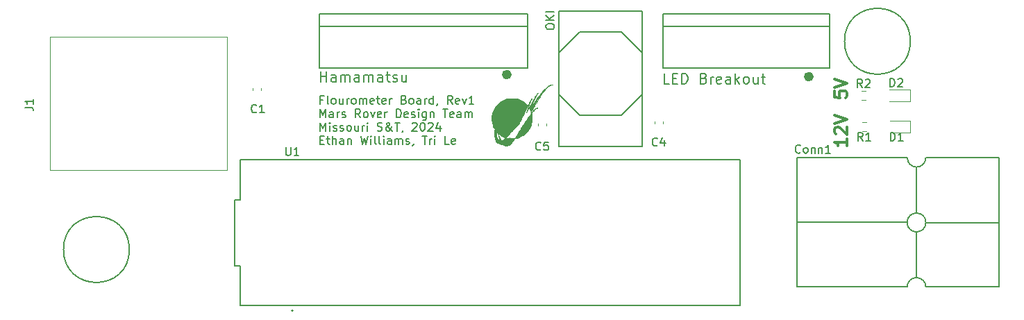
<source format=gbr>
%TF.GenerationSoftware,KiCad,Pcbnew,7.0.7*%
%TF.CreationDate,2023-11-04T22:27:46-05:00*%
%TF.ProjectId,FlourometerBoard_Hardware,466c6f75-726f-46d6-9574-6572426f6172,rev?*%
%TF.SameCoordinates,Original*%
%TF.FileFunction,Legend,Top*%
%TF.FilePolarity,Positive*%
%FSLAX46Y46*%
G04 Gerber Fmt 4.6, Leading zero omitted, Abs format (unit mm)*
G04 Created by KiCad (PCBNEW 7.0.7) date 2023-11-04 22:27:46*
%MOMM*%
%LPD*%
G01*
G04 APERTURE LIST*
%ADD10C,0.583000*%
%ADD11C,0.203200*%
%ADD12C,0.150000*%
%ADD13C,0.300000*%
%ADD14C,0.120000*%
%ADD15C,0.127000*%
%ADD16C,0.200000*%
%ADD17C,0.010000*%
G04 APERTURE END LIST*
D10*
X94271500Y-89662000D02*
G75*
G03*
X94271500Y-89662000I-291500J0D01*
G01*
X131101500Y-89916000D02*
G75*
G03*
X131101500Y-89916000I-291500J0D01*
G01*
D11*
X71580255Y-92723623D02*
X71241588Y-92723623D01*
X71241588Y-93255813D02*
X71241588Y-92239813D01*
X71241588Y-92239813D02*
X71725398Y-92239813D01*
X72257588Y-93255813D02*
X72160826Y-93207433D01*
X72160826Y-93207433D02*
X72112445Y-93110671D01*
X72112445Y-93110671D02*
X72112445Y-92239813D01*
X72789778Y-93255813D02*
X72693016Y-93207433D01*
X72693016Y-93207433D02*
X72644635Y-93159052D01*
X72644635Y-93159052D02*
X72596254Y-93062290D01*
X72596254Y-93062290D02*
X72596254Y-92772004D01*
X72596254Y-92772004D02*
X72644635Y-92675242D01*
X72644635Y-92675242D02*
X72693016Y-92626861D01*
X72693016Y-92626861D02*
X72789778Y-92578480D01*
X72789778Y-92578480D02*
X72934921Y-92578480D01*
X72934921Y-92578480D02*
X73031683Y-92626861D01*
X73031683Y-92626861D02*
X73080064Y-92675242D01*
X73080064Y-92675242D02*
X73128445Y-92772004D01*
X73128445Y-92772004D02*
X73128445Y-93062290D01*
X73128445Y-93062290D02*
X73080064Y-93159052D01*
X73080064Y-93159052D02*
X73031683Y-93207433D01*
X73031683Y-93207433D02*
X72934921Y-93255813D01*
X72934921Y-93255813D02*
X72789778Y-93255813D01*
X73999302Y-92578480D02*
X73999302Y-93255813D01*
X73563873Y-92578480D02*
X73563873Y-93110671D01*
X73563873Y-93110671D02*
X73612254Y-93207433D01*
X73612254Y-93207433D02*
X73709016Y-93255813D01*
X73709016Y-93255813D02*
X73854159Y-93255813D01*
X73854159Y-93255813D02*
X73950921Y-93207433D01*
X73950921Y-93207433D02*
X73999302Y-93159052D01*
X74483111Y-93255813D02*
X74483111Y-92578480D01*
X74483111Y-92772004D02*
X74531492Y-92675242D01*
X74531492Y-92675242D02*
X74579873Y-92626861D01*
X74579873Y-92626861D02*
X74676635Y-92578480D01*
X74676635Y-92578480D02*
X74773397Y-92578480D01*
X75257206Y-93255813D02*
X75160444Y-93207433D01*
X75160444Y-93207433D02*
X75112063Y-93159052D01*
X75112063Y-93159052D02*
X75063682Y-93062290D01*
X75063682Y-93062290D02*
X75063682Y-92772004D01*
X75063682Y-92772004D02*
X75112063Y-92675242D01*
X75112063Y-92675242D02*
X75160444Y-92626861D01*
X75160444Y-92626861D02*
X75257206Y-92578480D01*
X75257206Y-92578480D02*
X75402349Y-92578480D01*
X75402349Y-92578480D02*
X75499111Y-92626861D01*
X75499111Y-92626861D02*
X75547492Y-92675242D01*
X75547492Y-92675242D02*
X75595873Y-92772004D01*
X75595873Y-92772004D02*
X75595873Y-93062290D01*
X75595873Y-93062290D02*
X75547492Y-93159052D01*
X75547492Y-93159052D02*
X75499111Y-93207433D01*
X75499111Y-93207433D02*
X75402349Y-93255813D01*
X75402349Y-93255813D02*
X75257206Y-93255813D01*
X76031301Y-93255813D02*
X76031301Y-92578480D01*
X76031301Y-92675242D02*
X76079682Y-92626861D01*
X76079682Y-92626861D02*
X76176444Y-92578480D01*
X76176444Y-92578480D02*
X76321587Y-92578480D01*
X76321587Y-92578480D02*
X76418349Y-92626861D01*
X76418349Y-92626861D02*
X76466730Y-92723623D01*
X76466730Y-92723623D02*
X76466730Y-93255813D01*
X76466730Y-92723623D02*
X76515111Y-92626861D01*
X76515111Y-92626861D02*
X76611873Y-92578480D01*
X76611873Y-92578480D02*
X76757016Y-92578480D01*
X76757016Y-92578480D02*
X76853777Y-92626861D01*
X76853777Y-92626861D02*
X76902158Y-92723623D01*
X76902158Y-92723623D02*
X76902158Y-93255813D01*
X77773016Y-93207433D02*
X77676254Y-93255813D01*
X77676254Y-93255813D02*
X77482730Y-93255813D01*
X77482730Y-93255813D02*
X77385968Y-93207433D01*
X77385968Y-93207433D02*
X77337587Y-93110671D01*
X77337587Y-93110671D02*
X77337587Y-92723623D01*
X77337587Y-92723623D02*
X77385968Y-92626861D01*
X77385968Y-92626861D02*
X77482730Y-92578480D01*
X77482730Y-92578480D02*
X77676254Y-92578480D01*
X77676254Y-92578480D02*
X77773016Y-92626861D01*
X77773016Y-92626861D02*
X77821397Y-92723623D01*
X77821397Y-92723623D02*
X77821397Y-92820385D01*
X77821397Y-92820385D02*
X77337587Y-92917147D01*
X78111682Y-92578480D02*
X78498730Y-92578480D01*
X78256825Y-92239813D02*
X78256825Y-93110671D01*
X78256825Y-93110671D02*
X78305206Y-93207433D01*
X78305206Y-93207433D02*
X78401968Y-93255813D01*
X78401968Y-93255813D02*
X78498730Y-93255813D01*
X79224444Y-93207433D02*
X79127682Y-93255813D01*
X79127682Y-93255813D02*
X78934158Y-93255813D01*
X78934158Y-93255813D02*
X78837396Y-93207433D01*
X78837396Y-93207433D02*
X78789015Y-93110671D01*
X78789015Y-93110671D02*
X78789015Y-92723623D01*
X78789015Y-92723623D02*
X78837396Y-92626861D01*
X78837396Y-92626861D02*
X78934158Y-92578480D01*
X78934158Y-92578480D02*
X79127682Y-92578480D01*
X79127682Y-92578480D02*
X79224444Y-92626861D01*
X79224444Y-92626861D02*
X79272825Y-92723623D01*
X79272825Y-92723623D02*
X79272825Y-92820385D01*
X79272825Y-92820385D02*
X78789015Y-92917147D01*
X79708253Y-93255813D02*
X79708253Y-92578480D01*
X79708253Y-92772004D02*
X79756634Y-92675242D01*
X79756634Y-92675242D02*
X79805015Y-92626861D01*
X79805015Y-92626861D02*
X79901777Y-92578480D01*
X79901777Y-92578480D02*
X79998539Y-92578480D01*
X81449967Y-92723623D02*
X81595110Y-92772004D01*
X81595110Y-92772004D02*
X81643491Y-92820385D01*
X81643491Y-92820385D02*
X81691872Y-92917147D01*
X81691872Y-92917147D02*
X81691872Y-93062290D01*
X81691872Y-93062290D02*
X81643491Y-93159052D01*
X81643491Y-93159052D02*
X81595110Y-93207433D01*
X81595110Y-93207433D02*
X81498348Y-93255813D01*
X81498348Y-93255813D02*
X81111300Y-93255813D01*
X81111300Y-93255813D02*
X81111300Y-92239813D01*
X81111300Y-92239813D02*
X81449967Y-92239813D01*
X81449967Y-92239813D02*
X81546729Y-92288194D01*
X81546729Y-92288194D02*
X81595110Y-92336575D01*
X81595110Y-92336575D02*
X81643491Y-92433337D01*
X81643491Y-92433337D02*
X81643491Y-92530099D01*
X81643491Y-92530099D02*
X81595110Y-92626861D01*
X81595110Y-92626861D02*
X81546729Y-92675242D01*
X81546729Y-92675242D02*
X81449967Y-92723623D01*
X81449967Y-92723623D02*
X81111300Y-92723623D01*
X82272443Y-93255813D02*
X82175681Y-93207433D01*
X82175681Y-93207433D02*
X82127300Y-93159052D01*
X82127300Y-93159052D02*
X82078919Y-93062290D01*
X82078919Y-93062290D02*
X82078919Y-92772004D01*
X82078919Y-92772004D02*
X82127300Y-92675242D01*
X82127300Y-92675242D02*
X82175681Y-92626861D01*
X82175681Y-92626861D02*
X82272443Y-92578480D01*
X82272443Y-92578480D02*
X82417586Y-92578480D01*
X82417586Y-92578480D02*
X82514348Y-92626861D01*
X82514348Y-92626861D02*
X82562729Y-92675242D01*
X82562729Y-92675242D02*
X82611110Y-92772004D01*
X82611110Y-92772004D02*
X82611110Y-93062290D01*
X82611110Y-93062290D02*
X82562729Y-93159052D01*
X82562729Y-93159052D02*
X82514348Y-93207433D01*
X82514348Y-93207433D02*
X82417586Y-93255813D01*
X82417586Y-93255813D02*
X82272443Y-93255813D01*
X83481967Y-93255813D02*
X83481967Y-92723623D01*
X83481967Y-92723623D02*
X83433586Y-92626861D01*
X83433586Y-92626861D02*
X83336824Y-92578480D01*
X83336824Y-92578480D02*
X83143300Y-92578480D01*
X83143300Y-92578480D02*
X83046538Y-92626861D01*
X83481967Y-93207433D02*
X83385205Y-93255813D01*
X83385205Y-93255813D02*
X83143300Y-93255813D01*
X83143300Y-93255813D02*
X83046538Y-93207433D01*
X83046538Y-93207433D02*
X82998157Y-93110671D01*
X82998157Y-93110671D02*
X82998157Y-93013909D01*
X82998157Y-93013909D02*
X83046538Y-92917147D01*
X83046538Y-92917147D02*
X83143300Y-92868766D01*
X83143300Y-92868766D02*
X83385205Y-92868766D01*
X83385205Y-92868766D02*
X83481967Y-92820385D01*
X83965776Y-93255813D02*
X83965776Y-92578480D01*
X83965776Y-92772004D02*
X84014157Y-92675242D01*
X84014157Y-92675242D02*
X84062538Y-92626861D01*
X84062538Y-92626861D02*
X84159300Y-92578480D01*
X84159300Y-92578480D02*
X84256062Y-92578480D01*
X85030157Y-93255813D02*
X85030157Y-92239813D01*
X85030157Y-93207433D02*
X84933395Y-93255813D01*
X84933395Y-93255813D02*
X84739871Y-93255813D01*
X84739871Y-93255813D02*
X84643109Y-93207433D01*
X84643109Y-93207433D02*
X84594728Y-93159052D01*
X84594728Y-93159052D02*
X84546347Y-93062290D01*
X84546347Y-93062290D02*
X84546347Y-92772004D01*
X84546347Y-92772004D02*
X84594728Y-92675242D01*
X84594728Y-92675242D02*
X84643109Y-92626861D01*
X84643109Y-92626861D02*
X84739871Y-92578480D01*
X84739871Y-92578480D02*
X84933395Y-92578480D01*
X84933395Y-92578480D02*
X85030157Y-92626861D01*
X85562347Y-93207433D02*
X85562347Y-93255813D01*
X85562347Y-93255813D02*
X85513966Y-93352575D01*
X85513966Y-93352575D02*
X85465585Y-93400956D01*
X87352443Y-93255813D02*
X87013776Y-92772004D01*
X86771871Y-93255813D02*
X86771871Y-92239813D01*
X86771871Y-92239813D02*
X87158919Y-92239813D01*
X87158919Y-92239813D02*
X87255681Y-92288194D01*
X87255681Y-92288194D02*
X87304062Y-92336575D01*
X87304062Y-92336575D02*
X87352443Y-92433337D01*
X87352443Y-92433337D02*
X87352443Y-92578480D01*
X87352443Y-92578480D02*
X87304062Y-92675242D01*
X87304062Y-92675242D02*
X87255681Y-92723623D01*
X87255681Y-92723623D02*
X87158919Y-92772004D01*
X87158919Y-92772004D02*
X86771871Y-92772004D01*
X88174919Y-93207433D02*
X88078157Y-93255813D01*
X88078157Y-93255813D02*
X87884633Y-93255813D01*
X87884633Y-93255813D02*
X87787871Y-93207433D01*
X87787871Y-93207433D02*
X87739490Y-93110671D01*
X87739490Y-93110671D02*
X87739490Y-92723623D01*
X87739490Y-92723623D02*
X87787871Y-92626861D01*
X87787871Y-92626861D02*
X87884633Y-92578480D01*
X87884633Y-92578480D02*
X88078157Y-92578480D01*
X88078157Y-92578480D02*
X88174919Y-92626861D01*
X88174919Y-92626861D02*
X88223300Y-92723623D01*
X88223300Y-92723623D02*
X88223300Y-92820385D01*
X88223300Y-92820385D02*
X87739490Y-92917147D01*
X88561966Y-92578480D02*
X88803871Y-93255813D01*
X88803871Y-93255813D02*
X89045776Y-92578480D01*
X89965014Y-93255813D02*
X89384442Y-93255813D01*
X89674728Y-93255813D02*
X89674728Y-92239813D01*
X89674728Y-92239813D02*
X89577966Y-92384956D01*
X89577966Y-92384956D02*
X89481204Y-92481718D01*
X89481204Y-92481718D02*
X89384442Y-92530099D01*
X71241588Y-94891573D02*
X71241588Y-93875573D01*
X71241588Y-93875573D02*
X71580255Y-94601288D01*
X71580255Y-94601288D02*
X71918922Y-93875573D01*
X71918922Y-93875573D02*
X71918922Y-94891573D01*
X72838160Y-94891573D02*
X72838160Y-94359383D01*
X72838160Y-94359383D02*
X72789779Y-94262621D01*
X72789779Y-94262621D02*
X72693017Y-94214240D01*
X72693017Y-94214240D02*
X72499493Y-94214240D01*
X72499493Y-94214240D02*
X72402731Y-94262621D01*
X72838160Y-94843193D02*
X72741398Y-94891573D01*
X72741398Y-94891573D02*
X72499493Y-94891573D01*
X72499493Y-94891573D02*
X72402731Y-94843193D01*
X72402731Y-94843193D02*
X72354350Y-94746431D01*
X72354350Y-94746431D02*
X72354350Y-94649669D01*
X72354350Y-94649669D02*
X72402731Y-94552907D01*
X72402731Y-94552907D02*
X72499493Y-94504526D01*
X72499493Y-94504526D02*
X72741398Y-94504526D01*
X72741398Y-94504526D02*
X72838160Y-94456145D01*
X73321969Y-94891573D02*
X73321969Y-94214240D01*
X73321969Y-94407764D02*
X73370350Y-94311002D01*
X73370350Y-94311002D02*
X73418731Y-94262621D01*
X73418731Y-94262621D02*
X73515493Y-94214240D01*
X73515493Y-94214240D02*
X73612255Y-94214240D01*
X73902540Y-94843193D02*
X73999302Y-94891573D01*
X73999302Y-94891573D02*
X74192826Y-94891573D01*
X74192826Y-94891573D02*
X74289588Y-94843193D01*
X74289588Y-94843193D02*
X74337969Y-94746431D01*
X74337969Y-94746431D02*
X74337969Y-94698050D01*
X74337969Y-94698050D02*
X74289588Y-94601288D01*
X74289588Y-94601288D02*
X74192826Y-94552907D01*
X74192826Y-94552907D02*
X74047683Y-94552907D01*
X74047683Y-94552907D02*
X73950921Y-94504526D01*
X73950921Y-94504526D02*
X73902540Y-94407764D01*
X73902540Y-94407764D02*
X73902540Y-94359383D01*
X73902540Y-94359383D02*
X73950921Y-94262621D01*
X73950921Y-94262621D02*
X74047683Y-94214240D01*
X74047683Y-94214240D02*
X74192826Y-94214240D01*
X74192826Y-94214240D02*
X74289588Y-94262621D01*
X76128064Y-94891573D02*
X75789397Y-94407764D01*
X75547492Y-94891573D02*
X75547492Y-93875573D01*
X75547492Y-93875573D02*
X75934540Y-93875573D01*
X75934540Y-93875573D02*
X76031302Y-93923954D01*
X76031302Y-93923954D02*
X76079683Y-93972335D01*
X76079683Y-93972335D02*
X76128064Y-94069097D01*
X76128064Y-94069097D02*
X76128064Y-94214240D01*
X76128064Y-94214240D02*
X76079683Y-94311002D01*
X76079683Y-94311002D02*
X76031302Y-94359383D01*
X76031302Y-94359383D02*
X75934540Y-94407764D01*
X75934540Y-94407764D02*
X75547492Y-94407764D01*
X76708635Y-94891573D02*
X76611873Y-94843193D01*
X76611873Y-94843193D02*
X76563492Y-94794812D01*
X76563492Y-94794812D02*
X76515111Y-94698050D01*
X76515111Y-94698050D02*
X76515111Y-94407764D01*
X76515111Y-94407764D02*
X76563492Y-94311002D01*
X76563492Y-94311002D02*
X76611873Y-94262621D01*
X76611873Y-94262621D02*
X76708635Y-94214240D01*
X76708635Y-94214240D02*
X76853778Y-94214240D01*
X76853778Y-94214240D02*
X76950540Y-94262621D01*
X76950540Y-94262621D02*
X76998921Y-94311002D01*
X76998921Y-94311002D02*
X77047302Y-94407764D01*
X77047302Y-94407764D02*
X77047302Y-94698050D01*
X77047302Y-94698050D02*
X76998921Y-94794812D01*
X76998921Y-94794812D02*
X76950540Y-94843193D01*
X76950540Y-94843193D02*
X76853778Y-94891573D01*
X76853778Y-94891573D02*
X76708635Y-94891573D01*
X77385968Y-94214240D02*
X77627873Y-94891573D01*
X77627873Y-94891573D02*
X77869778Y-94214240D01*
X78643873Y-94843193D02*
X78547111Y-94891573D01*
X78547111Y-94891573D02*
X78353587Y-94891573D01*
X78353587Y-94891573D02*
X78256825Y-94843193D01*
X78256825Y-94843193D02*
X78208444Y-94746431D01*
X78208444Y-94746431D02*
X78208444Y-94359383D01*
X78208444Y-94359383D02*
X78256825Y-94262621D01*
X78256825Y-94262621D02*
X78353587Y-94214240D01*
X78353587Y-94214240D02*
X78547111Y-94214240D01*
X78547111Y-94214240D02*
X78643873Y-94262621D01*
X78643873Y-94262621D02*
X78692254Y-94359383D01*
X78692254Y-94359383D02*
X78692254Y-94456145D01*
X78692254Y-94456145D02*
X78208444Y-94552907D01*
X79127682Y-94891573D02*
X79127682Y-94214240D01*
X79127682Y-94407764D02*
X79176063Y-94311002D01*
X79176063Y-94311002D02*
X79224444Y-94262621D01*
X79224444Y-94262621D02*
X79321206Y-94214240D01*
X79321206Y-94214240D02*
X79417968Y-94214240D01*
X80530729Y-94891573D02*
X80530729Y-93875573D01*
X80530729Y-93875573D02*
X80772634Y-93875573D01*
X80772634Y-93875573D02*
X80917777Y-93923954D01*
X80917777Y-93923954D02*
X81014539Y-94020716D01*
X81014539Y-94020716D02*
X81062920Y-94117478D01*
X81062920Y-94117478D02*
X81111301Y-94311002D01*
X81111301Y-94311002D02*
X81111301Y-94456145D01*
X81111301Y-94456145D02*
X81062920Y-94649669D01*
X81062920Y-94649669D02*
X81014539Y-94746431D01*
X81014539Y-94746431D02*
X80917777Y-94843193D01*
X80917777Y-94843193D02*
X80772634Y-94891573D01*
X80772634Y-94891573D02*
X80530729Y-94891573D01*
X81933777Y-94843193D02*
X81837015Y-94891573D01*
X81837015Y-94891573D02*
X81643491Y-94891573D01*
X81643491Y-94891573D02*
X81546729Y-94843193D01*
X81546729Y-94843193D02*
X81498348Y-94746431D01*
X81498348Y-94746431D02*
X81498348Y-94359383D01*
X81498348Y-94359383D02*
X81546729Y-94262621D01*
X81546729Y-94262621D02*
X81643491Y-94214240D01*
X81643491Y-94214240D02*
X81837015Y-94214240D01*
X81837015Y-94214240D02*
X81933777Y-94262621D01*
X81933777Y-94262621D02*
X81982158Y-94359383D01*
X81982158Y-94359383D02*
X81982158Y-94456145D01*
X81982158Y-94456145D02*
X81498348Y-94552907D01*
X82369205Y-94843193D02*
X82465967Y-94891573D01*
X82465967Y-94891573D02*
X82659491Y-94891573D01*
X82659491Y-94891573D02*
X82756253Y-94843193D01*
X82756253Y-94843193D02*
X82804634Y-94746431D01*
X82804634Y-94746431D02*
X82804634Y-94698050D01*
X82804634Y-94698050D02*
X82756253Y-94601288D01*
X82756253Y-94601288D02*
X82659491Y-94552907D01*
X82659491Y-94552907D02*
X82514348Y-94552907D01*
X82514348Y-94552907D02*
X82417586Y-94504526D01*
X82417586Y-94504526D02*
X82369205Y-94407764D01*
X82369205Y-94407764D02*
X82369205Y-94359383D01*
X82369205Y-94359383D02*
X82417586Y-94262621D01*
X82417586Y-94262621D02*
X82514348Y-94214240D01*
X82514348Y-94214240D02*
X82659491Y-94214240D01*
X82659491Y-94214240D02*
X82756253Y-94262621D01*
X83240062Y-94891573D02*
X83240062Y-94214240D01*
X83240062Y-93875573D02*
X83191681Y-93923954D01*
X83191681Y-93923954D02*
X83240062Y-93972335D01*
X83240062Y-93972335D02*
X83288443Y-93923954D01*
X83288443Y-93923954D02*
X83240062Y-93875573D01*
X83240062Y-93875573D02*
X83240062Y-93972335D01*
X84159301Y-94214240D02*
X84159301Y-95036716D01*
X84159301Y-95036716D02*
X84110920Y-95133478D01*
X84110920Y-95133478D02*
X84062539Y-95181859D01*
X84062539Y-95181859D02*
X83965777Y-95230240D01*
X83965777Y-95230240D02*
X83820634Y-95230240D01*
X83820634Y-95230240D02*
X83723872Y-95181859D01*
X84159301Y-94843193D02*
X84062539Y-94891573D01*
X84062539Y-94891573D02*
X83869015Y-94891573D01*
X83869015Y-94891573D02*
X83772253Y-94843193D01*
X83772253Y-94843193D02*
X83723872Y-94794812D01*
X83723872Y-94794812D02*
X83675491Y-94698050D01*
X83675491Y-94698050D02*
X83675491Y-94407764D01*
X83675491Y-94407764D02*
X83723872Y-94311002D01*
X83723872Y-94311002D02*
X83772253Y-94262621D01*
X83772253Y-94262621D02*
X83869015Y-94214240D01*
X83869015Y-94214240D02*
X84062539Y-94214240D01*
X84062539Y-94214240D02*
X84159301Y-94262621D01*
X84643110Y-94214240D02*
X84643110Y-94891573D01*
X84643110Y-94311002D02*
X84691491Y-94262621D01*
X84691491Y-94262621D02*
X84788253Y-94214240D01*
X84788253Y-94214240D02*
X84933396Y-94214240D01*
X84933396Y-94214240D02*
X85030158Y-94262621D01*
X85030158Y-94262621D02*
X85078539Y-94359383D01*
X85078539Y-94359383D02*
X85078539Y-94891573D01*
X86191300Y-93875573D02*
X86771872Y-93875573D01*
X86481586Y-94891573D02*
X86481586Y-93875573D01*
X87497586Y-94843193D02*
X87400824Y-94891573D01*
X87400824Y-94891573D02*
X87207300Y-94891573D01*
X87207300Y-94891573D02*
X87110538Y-94843193D01*
X87110538Y-94843193D02*
X87062157Y-94746431D01*
X87062157Y-94746431D02*
X87062157Y-94359383D01*
X87062157Y-94359383D02*
X87110538Y-94262621D01*
X87110538Y-94262621D02*
X87207300Y-94214240D01*
X87207300Y-94214240D02*
X87400824Y-94214240D01*
X87400824Y-94214240D02*
X87497586Y-94262621D01*
X87497586Y-94262621D02*
X87545967Y-94359383D01*
X87545967Y-94359383D02*
X87545967Y-94456145D01*
X87545967Y-94456145D02*
X87062157Y-94552907D01*
X88416824Y-94891573D02*
X88416824Y-94359383D01*
X88416824Y-94359383D02*
X88368443Y-94262621D01*
X88368443Y-94262621D02*
X88271681Y-94214240D01*
X88271681Y-94214240D02*
X88078157Y-94214240D01*
X88078157Y-94214240D02*
X87981395Y-94262621D01*
X88416824Y-94843193D02*
X88320062Y-94891573D01*
X88320062Y-94891573D02*
X88078157Y-94891573D01*
X88078157Y-94891573D02*
X87981395Y-94843193D01*
X87981395Y-94843193D02*
X87933014Y-94746431D01*
X87933014Y-94746431D02*
X87933014Y-94649669D01*
X87933014Y-94649669D02*
X87981395Y-94552907D01*
X87981395Y-94552907D02*
X88078157Y-94504526D01*
X88078157Y-94504526D02*
X88320062Y-94504526D01*
X88320062Y-94504526D02*
X88416824Y-94456145D01*
X88900633Y-94891573D02*
X88900633Y-94214240D01*
X88900633Y-94311002D02*
X88949014Y-94262621D01*
X88949014Y-94262621D02*
X89045776Y-94214240D01*
X89045776Y-94214240D02*
X89190919Y-94214240D01*
X89190919Y-94214240D02*
X89287681Y-94262621D01*
X89287681Y-94262621D02*
X89336062Y-94359383D01*
X89336062Y-94359383D02*
X89336062Y-94891573D01*
X89336062Y-94359383D02*
X89384443Y-94262621D01*
X89384443Y-94262621D02*
X89481205Y-94214240D01*
X89481205Y-94214240D02*
X89626348Y-94214240D01*
X89626348Y-94214240D02*
X89723109Y-94262621D01*
X89723109Y-94262621D02*
X89771490Y-94359383D01*
X89771490Y-94359383D02*
X89771490Y-94891573D01*
X71241588Y-96527333D02*
X71241588Y-95511333D01*
X71241588Y-95511333D02*
X71580255Y-96237048D01*
X71580255Y-96237048D02*
X71918922Y-95511333D01*
X71918922Y-95511333D02*
X71918922Y-96527333D01*
X72402731Y-96527333D02*
X72402731Y-95850000D01*
X72402731Y-95511333D02*
X72354350Y-95559714D01*
X72354350Y-95559714D02*
X72402731Y-95608095D01*
X72402731Y-95608095D02*
X72451112Y-95559714D01*
X72451112Y-95559714D02*
X72402731Y-95511333D01*
X72402731Y-95511333D02*
X72402731Y-95608095D01*
X72838160Y-96478953D02*
X72934922Y-96527333D01*
X72934922Y-96527333D02*
X73128446Y-96527333D01*
X73128446Y-96527333D02*
X73225208Y-96478953D01*
X73225208Y-96478953D02*
X73273589Y-96382191D01*
X73273589Y-96382191D02*
X73273589Y-96333810D01*
X73273589Y-96333810D02*
X73225208Y-96237048D01*
X73225208Y-96237048D02*
X73128446Y-96188667D01*
X73128446Y-96188667D02*
X72983303Y-96188667D01*
X72983303Y-96188667D02*
X72886541Y-96140286D01*
X72886541Y-96140286D02*
X72838160Y-96043524D01*
X72838160Y-96043524D02*
X72838160Y-95995143D01*
X72838160Y-95995143D02*
X72886541Y-95898381D01*
X72886541Y-95898381D02*
X72983303Y-95850000D01*
X72983303Y-95850000D02*
X73128446Y-95850000D01*
X73128446Y-95850000D02*
X73225208Y-95898381D01*
X73660636Y-96478953D02*
X73757398Y-96527333D01*
X73757398Y-96527333D02*
X73950922Y-96527333D01*
X73950922Y-96527333D02*
X74047684Y-96478953D01*
X74047684Y-96478953D02*
X74096065Y-96382191D01*
X74096065Y-96382191D02*
X74096065Y-96333810D01*
X74096065Y-96333810D02*
X74047684Y-96237048D01*
X74047684Y-96237048D02*
X73950922Y-96188667D01*
X73950922Y-96188667D02*
X73805779Y-96188667D01*
X73805779Y-96188667D02*
X73709017Y-96140286D01*
X73709017Y-96140286D02*
X73660636Y-96043524D01*
X73660636Y-96043524D02*
X73660636Y-95995143D01*
X73660636Y-95995143D02*
X73709017Y-95898381D01*
X73709017Y-95898381D02*
X73805779Y-95850000D01*
X73805779Y-95850000D02*
X73950922Y-95850000D01*
X73950922Y-95850000D02*
X74047684Y-95898381D01*
X74676636Y-96527333D02*
X74579874Y-96478953D01*
X74579874Y-96478953D02*
X74531493Y-96430572D01*
X74531493Y-96430572D02*
X74483112Y-96333810D01*
X74483112Y-96333810D02*
X74483112Y-96043524D01*
X74483112Y-96043524D02*
X74531493Y-95946762D01*
X74531493Y-95946762D02*
X74579874Y-95898381D01*
X74579874Y-95898381D02*
X74676636Y-95850000D01*
X74676636Y-95850000D02*
X74821779Y-95850000D01*
X74821779Y-95850000D02*
X74918541Y-95898381D01*
X74918541Y-95898381D02*
X74966922Y-95946762D01*
X74966922Y-95946762D02*
X75015303Y-96043524D01*
X75015303Y-96043524D02*
X75015303Y-96333810D01*
X75015303Y-96333810D02*
X74966922Y-96430572D01*
X74966922Y-96430572D02*
X74918541Y-96478953D01*
X74918541Y-96478953D02*
X74821779Y-96527333D01*
X74821779Y-96527333D02*
X74676636Y-96527333D01*
X75886160Y-95850000D02*
X75886160Y-96527333D01*
X75450731Y-95850000D02*
X75450731Y-96382191D01*
X75450731Y-96382191D02*
X75499112Y-96478953D01*
X75499112Y-96478953D02*
X75595874Y-96527333D01*
X75595874Y-96527333D02*
X75741017Y-96527333D01*
X75741017Y-96527333D02*
X75837779Y-96478953D01*
X75837779Y-96478953D02*
X75886160Y-96430572D01*
X76369969Y-96527333D02*
X76369969Y-95850000D01*
X76369969Y-96043524D02*
X76418350Y-95946762D01*
X76418350Y-95946762D02*
X76466731Y-95898381D01*
X76466731Y-95898381D02*
X76563493Y-95850000D01*
X76563493Y-95850000D02*
X76660255Y-95850000D01*
X76998921Y-96527333D02*
X76998921Y-95850000D01*
X76998921Y-95511333D02*
X76950540Y-95559714D01*
X76950540Y-95559714D02*
X76998921Y-95608095D01*
X76998921Y-95608095D02*
X77047302Y-95559714D01*
X77047302Y-95559714D02*
X76998921Y-95511333D01*
X76998921Y-95511333D02*
X76998921Y-95608095D01*
X78208445Y-96478953D02*
X78353588Y-96527333D01*
X78353588Y-96527333D02*
X78595493Y-96527333D01*
X78595493Y-96527333D02*
X78692255Y-96478953D01*
X78692255Y-96478953D02*
X78740636Y-96430572D01*
X78740636Y-96430572D02*
X78789017Y-96333810D01*
X78789017Y-96333810D02*
X78789017Y-96237048D01*
X78789017Y-96237048D02*
X78740636Y-96140286D01*
X78740636Y-96140286D02*
X78692255Y-96091905D01*
X78692255Y-96091905D02*
X78595493Y-96043524D01*
X78595493Y-96043524D02*
X78401969Y-95995143D01*
X78401969Y-95995143D02*
X78305207Y-95946762D01*
X78305207Y-95946762D02*
X78256826Y-95898381D01*
X78256826Y-95898381D02*
X78208445Y-95801619D01*
X78208445Y-95801619D02*
X78208445Y-95704857D01*
X78208445Y-95704857D02*
X78256826Y-95608095D01*
X78256826Y-95608095D02*
X78305207Y-95559714D01*
X78305207Y-95559714D02*
X78401969Y-95511333D01*
X78401969Y-95511333D02*
X78643874Y-95511333D01*
X78643874Y-95511333D02*
X78789017Y-95559714D01*
X80046921Y-96527333D02*
X79998541Y-96527333D01*
X79998541Y-96527333D02*
X79901779Y-96478953D01*
X79901779Y-96478953D02*
X79756636Y-96333810D01*
X79756636Y-96333810D02*
X79514731Y-96043524D01*
X79514731Y-96043524D02*
X79417969Y-95898381D01*
X79417969Y-95898381D02*
X79369588Y-95753238D01*
X79369588Y-95753238D02*
X79369588Y-95656476D01*
X79369588Y-95656476D02*
X79417969Y-95559714D01*
X79417969Y-95559714D02*
X79514731Y-95511333D01*
X79514731Y-95511333D02*
X79563112Y-95511333D01*
X79563112Y-95511333D02*
X79659874Y-95559714D01*
X79659874Y-95559714D02*
X79708255Y-95656476D01*
X79708255Y-95656476D02*
X79708255Y-95704857D01*
X79708255Y-95704857D02*
X79659874Y-95801619D01*
X79659874Y-95801619D02*
X79611493Y-95850000D01*
X79611493Y-95850000D02*
X79321207Y-96043524D01*
X79321207Y-96043524D02*
X79272826Y-96091905D01*
X79272826Y-96091905D02*
X79224445Y-96188667D01*
X79224445Y-96188667D02*
X79224445Y-96333810D01*
X79224445Y-96333810D02*
X79272826Y-96430572D01*
X79272826Y-96430572D02*
X79321207Y-96478953D01*
X79321207Y-96478953D02*
X79417969Y-96527333D01*
X79417969Y-96527333D02*
X79563112Y-96527333D01*
X79563112Y-96527333D02*
X79659874Y-96478953D01*
X79659874Y-96478953D02*
X79708255Y-96430572D01*
X79708255Y-96430572D02*
X79853398Y-96237048D01*
X79853398Y-96237048D02*
X79901779Y-96091905D01*
X79901779Y-96091905D02*
X79901779Y-95995143D01*
X80337207Y-95511333D02*
X80917779Y-95511333D01*
X80627493Y-96527333D02*
X80627493Y-95511333D01*
X81304826Y-96478953D02*
X81304826Y-96527333D01*
X81304826Y-96527333D02*
X81256445Y-96624095D01*
X81256445Y-96624095D02*
X81208064Y-96672476D01*
X82465969Y-95608095D02*
X82514350Y-95559714D01*
X82514350Y-95559714D02*
X82611112Y-95511333D01*
X82611112Y-95511333D02*
X82853017Y-95511333D01*
X82853017Y-95511333D02*
X82949779Y-95559714D01*
X82949779Y-95559714D02*
X82998160Y-95608095D01*
X82998160Y-95608095D02*
X83046541Y-95704857D01*
X83046541Y-95704857D02*
X83046541Y-95801619D01*
X83046541Y-95801619D02*
X82998160Y-95946762D01*
X82998160Y-95946762D02*
X82417588Y-96527333D01*
X82417588Y-96527333D02*
X83046541Y-96527333D01*
X83675493Y-95511333D02*
X83772255Y-95511333D01*
X83772255Y-95511333D02*
X83869017Y-95559714D01*
X83869017Y-95559714D02*
X83917398Y-95608095D01*
X83917398Y-95608095D02*
X83965779Y-95704857D01*
X83965779Y-95704857D02*
X84014160Y-95898381D01*
X84014160Y-95898381D02*
X84014160Y-96140286D01*
X84014160Y-96140286D02*
X83965779Y-96333810D01*
X83965779Y-96333810D02*
X83917398Y-96430572D01*
X83917398Y-96430572D02*
X83869017Y-96478953D01*
X83869017Y-96478953D02*
X83772255Y-96527333D01*
X83772255Y-96527333D02*
X83675493Y-96527333D01*
X83675493Y-96527333D02*
X83578731Y-96478953D01*
X83578731Y-96478953D02*
X83530350Y-96430572D01*
X83530350Y-96430572D02*
X83481969Y-96333810D01*
X83481969Y-96333810D02*
X83433588Y-96140286D01*
X83433588Y-96140286D02*
X83433588Y-95898381D01*
X83433588Y-95898381D02*
X83481969Y-95704857D01*
X83481969Y-95704857D02*
X83530350Y-95608095D01*
X83530350Y-95608095D02*
X83578731Y-95559714D01*
X83578731Y-95559714D02*
X83675493Y-95511333D01*
X84401207Y-95608095D02*
X84449588Y-95559714D01*
X84449588Y-95559714D02*
X84546350Y-95511333D01*
X84546350Y-95511333D02*
X84788255Y-95511333D01*
X84788255Y-95511333D02*
X84885017Y-95559714D01*
X84885017Y-95559714D02*
X84933398Y-95608095D01*
X84933398Y-95608095D02*
X84981779Y-95704857D01*
X84981779Y-95704857D02*
X84981779Y-95801619D01*
X84981779Y-95801619D02*
X84933398Y-95946762D01*
X84933398Y-95946762D02*
X84352826Y-96527333D01*
X84352826Y-96527333D02*
X84981779Y-96527333D01*
X85852636Y-95850000D02*
X85852636Y-96527333D01*
X85610731Y-95462953D02*
X85368826Y-96188667D01*
X85368826Y-96188667D02*
X85997779Y-96188667D01*
X71241588Y-97630903D02*
X71580255Y-97630903D01*
X71725398Y-98163093D02*
X71241588Y-98163093D01*
X71241588Y-98163093D02*
X71241588Y-97147093D01*
X71241588Y-97147093D02*
X71725398Y-97147093D01*
X72015683Y-97485760D02*
X72402731Y-97485760D01*
X72160826Y-97147093D02*
X72160826Y-98017951D01*
X72160826Y-98017951D02*
X72209207Y-98114713D01*
X72209207Y-98114713D02*
X72305969Y-98163093D01*
X72305969Y-98163093D02*
X72402731Y-98163093D01*
X72741397Y-98163093D02*
X72741397Y-97147093D01*
X73176826Y-98163093D02*
X73176826Y-97630903D01*
X73176826Y-97630903D02*
X73128445Y-97534141D01*
X73128445Y-97534141D02*
X73031683Y-97485760D01*
X73031683Y-97485760D02*
X72886540Y-97485760D01*
X72886540Y-97485760D02*
X72789778Y-97534141D01*
X72789778Y-97534141D02*
X72741397Y-97582522D01*
X74096064Y-98163093D02*
X74096064Y-97630903D01*
X74096064Y-97630903D02*
X74047683Y-97534141D01*
X74047683Y-97534141D02*
X73950921Y-97485760D01*
X73950921Y-97485760D02*
X73757397Y-97485760D01*
X73757397Y-97485760D02*
X73660635Y-97534141D01*
X74096064Y-98114713D02*
X73999302Y-98163093D01*
X73999302Y-98163093D02*
X73757397Y-98163093D01*
X73757397Y-98163093D02*
X73660635Y-98114713D01*
X73660635Y-98114713D02*
X73612254Y-98017951D01*
X73612254Y-98017951D02*
X73612254Y-97921189D01*
X73612254Y-97921189D02*
X73660635Y-97824427D01*
X73660635Y-97824427D02*
X73757397Y-97776046D01*
X73757397Y-97776046D02*
X73999302Y-97776046D01*
X73999302Y-97776046D02*
X74096064Y-97727665D01*
X74579873Y-97485760D02*
X74579873Y-98163093D01*
X74579873Y-97582522D02*
X74628254Y-97534141D01*
X74628254Y-97534141D02*
X74725016Y-97485760D01*
X74725016Y-97485760D02*
X74870159Y-97485760D01*
X74870159Y-97485760D02*
X74966921Y-97534141D01*
X74966921Y-97534141D02*
X75015302Y-97630903D01*
X75015302Y-97630903D02*
X75015302Y-98163093D01*
X76176444Y-97147093D02*
X76418349Y-98163093D01*
X76418349Y-98163093D02*
X76611873Y-97437379D01*
X76611873Y-97437379D02*
X76805397Y-98163093D01*
X76805397Y-98163093D02*
X77047302Y-97147093D01*
X77434349Y-98163093D02*
X77434349Y-97485760D01*
X77434349Y-97147093D02*
X77385968Y-97195474D01*
X77385968Y-97195474D02*
X77434349Y-97243855D01*
X77434349Y-97243855D02*
X77482730Y-97195474D01*
X77482730Y-97195474D02*
X77434349Y-97147093D01*
X77434349Y-97147093D02*
X77434349Y-97243855D01*
X78063302Y-98163093D02*
X77966540Y-98114713D01*
X77966540Y-98114713D02*
X77918159Y-98017951D01*
X77918159Y-98017951D02*
X77918159Y-97147093D01*
X78595492Y-98163093D02*
X78498730Y-98114713D01*
X78498730Y-98114713D02*
X78450349Y-98017951D01*
X78450349Y-98017951D02*
X78450349Y-97147093D01*
X78982539Y-98163093D02*
X78982539Y-97485760D01*
X78982539Y-97147093D02*
X78934158Y-97195474D01*
X78934158Y-97195474D02*
X78982539Y-97243855D01*
X78982539Y-97243855D02*
X79030920Y-97195474D01*
X79030920Y-97195474D02*
X78982539Y-97147093D01*
X78982539Y-97147093D02*
X78982539Y-97243855D01*
X79901778Y-98163093D02*
X79901778Y-97630903D01*
X79901778Y-97630903D02*
X79853397Y-97534141D01*
X79853397Y-97534141D02*
X79756635Y-97485760D01*
X79756635Y-97485760D02*
X79563111Y-97485760D01*
X79563111Y-97485760D02*
X79466349Y-97534141D01*
X79901778Y-98114713D02*
X79805016Y-98163093D01*
X79805016Y-98163093D02*
X79563111Y-98163093D01*
X79563111Y-98163093D02*
X79466349Y-98114713D01*
X79466349Y-98114713D02*
X79417968Y-98017951D01*
X79417968Y-98017951D02*
X79417968Y-97921189D01*
X79417968Y-97921189D02*
X79466349Y-97824427D01*
X79466349Y-97824427D02*
X79563111Y-97776046D01*
X79563111Y-97776046D02*
X79805016Y-97776046D01*
X79805016Y-97776046D02*
X79901778Y-97727665D01*
X80385587Y-98163093D02*
X80385587Y-97485760D01*
X80385587Y-97582522D02*
X80433968Y-97534141D01*
X80433968Y-97534141D02*
X80530730Y-97485760D01*
X80530730Y-97485760D02*
X80675873Y-97485760D01*
X80675873Y-97485760D02*
X80772635Y-97534141D01*
X80772635Y-97534141D02*
X80821016Y-97630903D01*
X80821016Y-97630903D02*
X80821016Y-98163093D01*
X80821016Y-97630903D02*
X80869397Y-97534141D01*
X80869397Y-97534141D02*
X80966159Y-97485760D01*
X80966159Y-97485760D02*
X81111302Y-97485760D01*
X81111302Y-97485760D02*
X81208063Y-97534141D01*
X81208063Y-97534141D02*
X81256444Y-97630903D01*
X81256444Y-97630903D02*
X81256444Y-98163093D01*
X81691873Y-98114713D02*
X81788635Y-98163093D01*
X81788635Y-98163093D02*
X81982159Y-98163093D01*
X81982159Y-98163093D02*
X82078921Y-98114713D01*
X82078921Y-98114713D02*
X82127302Y-98017951D01*
X82127302Y-98017951D02*
X82127302Y-97969570D01*
X82127302Y-97969570D02*
X82078921Y-97872808D01*
X82078921Y-97872808D02*
X81982159Y-97824427D01*
X81982159Y-97824427D02*
X81837016Y-97824427D01*
X81837016Y-97824427D02*
X81740254Y-97776046D01*
X81740254Y-97776046D02*
X81691873Y-97679284D01*
X81691873Y-97679284D02*
X81691873Y-97630903D01*
X81691873Y-97630903D02*
X81740254Y-97534141D01*
X81740254Y-97534141D02*
X81837016Y-97485760D01*
X81837016Y-97485760D02*
X81982159Y-97485760D01*
X81982159Y-97485760D02*
X82078921Y-97534141D01*
X82611111Y-98114713D02*
X82611111Y-98163093D01*
X82611111Y-98163093D02*
X82562730Y-98259855D01*
X82562730Y-98259855D02*
X82514349Y-98308236D01*
X83675492Y-97147093D02*
X84256064Y-97147093D01*
X83965778Y-98163093D02*
X83965778Y-97147093D01*
X84594730Y-98163093D02*
X84594730Y-97485760D01*
X84594730Y-97679284D02*
X84643111Y-97582522D01*
X84643111Y-97582522D02*
X84691492Y-97534141D01*
X84691492Y-97534141D02*
X84788254Y-97485760D01*
X84788254Y-97485760D02*
X84885016Y-97485760D01*
X85223682Y-98163093D02*
X85223682Y-97485760D01*
X85223682Y-97147093D02*
X85175301Y-97195474D01*
X85175301Y-97195474D02*
X85223682Y-97243855D01*
X85223682Y-97243855D02*
X85272063Y-97195474D01*
X85272063Y-97195474D02*
X85223682Y-97147093D01*
X85223682Y-97147093D02*
X85223682Y-97243855D01*
X86965397Y-98163093D02*
X86481587Y-98163093D01*
X86481587Y-98163093D02*
X86481587Y-97147093D01*
X87691111Y-98114713D02*
X87594349Y-98163093D01*
X87594349Y-98163093D02*
X87400825Y-98163093D01*
X87400825Y-98163093D02*
X87304063Y-98114713D01*
X87304063Y-98114713D02*
X87255682Y-98017951D01*
X87255682Y-98017951D02*
X87255682Y-97630903D01*
X87255682Y-97630903D02*
X87304063Y-97534141D01*
X87304063Y-97534141D02*
X87400825Y-97485760D01*
X87400825Y-97485760D02*
X87594349Y-97485760D01*
X87594349Y-97485760D02*
X87691111Y-97534141D01*
X87691111Y-97534141D02*
X87739492Y-97630903D01*
X87739492Y-97630903D02*
X87739492Y-97727665D01*
X87739492Y-97727665D02*
X87255682Y-97824427D01*
D12*
X71267064Y-90514776D02*
X71267064Y-89244776D01*
X71267064Y-89849538D02*
X71992779Y-89849538D01*
X71992779Y-90514776D02*
X71992779Y-89244776D01*
X73141826Y-90514776D02*
X73141826Y-89849538D01*
X73141826Y-89849538D02*
X73081350Y-89728585D01*
X73081350Y-89728585D02*
X72960398Y-89668109D01*
X72960398Y-89668109D02*
X72718493Y-89668109D01*
X72718493Y-89668109D02*
X72597540Y-89728585D01*
X73141826Y-90454300D02*
X73020874Y-90514776D01*
X73020874Y-90514776D02*
X72718493Y-90514776D01*
X72718493Y-90514776D02*
X72597540Y-90454300D01*
X72597540Y-90454300D02*
X72537064Y-90333347D01*
X72537064Y-90333347D02*
X72537064Y-90212395D01*
X72537064Y-90212395D02*
X72597540Y-90091442D01*
X72597540Y-90091442D02*
X72718493Y-90030966D01*
X72718493Y-90030966D02*
X73020874Y-90030966D01*
X73020874Y-90030966D02*
X73141826Y-89970490D01*
X73746588Y-90514776D02*
X73746588Y-89668109D01*
X73746588Y-89789061D02*
X73807065Y-89728585D01*
X73807065Y-89728585D02*
X73928017Y-89668109D01*
X73928017Y-89668109D02*
X74109446Y-89668109D01*
X74109446Y-89668109D02*
X74230398Y-89728585D01*
X74230398Y-89728585D02*
X74290874Y-89849538D01*
X74290874Y-89849538D02*
X74290874Y-90514776D01*
X74290874Y-89849538D02*
X74351350Y-89728585D01*
X74351350Y-89728585D02*
X74472303Y-89668109D01*
X74472303Y-89668109D02*
X74653731Y-89668109D01*
X74653731Y-89668109D02*
X74774684Y-89728585D01*
X74774684Y-89728585D02*
X74835160Y-89849538D01*
X74835160Y-89849538D02*
X74835160Y-90514776D01*
X75984207Y-90514776D02*
X75984207Y-89849538D01*
X75984207Y-89849538D02*
X75923731Y-89728585D01*
X75923731Y-89728585D02*
X75802779Y-89668109D01*
X75802779Y-89668109D02*
X75560874Y-89668109D01*
X75560874Y-89668109D02*
X75439921Y-89728585D01*
X75984207Y-90454300D02*
X75863255Y-90514776D01*
X75863255Y-90514776D02*
X75560874Y-90514776D01*
X75560874Y-90514776D02*
X75439921Y-90454300D01*
X75439921Y-90454300D02*
X75379445Y-90333347D01*
X75379445Y-90333347D02*
X75379445Y-90212395D01*
X75379445Y-90212395D02*
X75439921Y-90091442D01*
X75439921Y-90091442D02*
X75560874Y-90030966D01*
X75560874Y-90030966D02*
X75863255Y-90030966D01*
X75863255Y-90030966D02*
X75984207Y-89970490D01*
X76588969Y-90514776D02*
X76588969Y-89668109D01*
X76588969Y-89789061D02*
X76649446Y-89728585D01*
X76649446Y-89728585D02*
X76770398Y-89668109D01*
X76770398Y-89668109D02*
X76951827Y-89668109D01*
X76951827Y-89668109D02*
X77072779Y-89728585D01*
X77072779Y-89728585D02*
X77133255Y-89849538D01*
X77133255Y-89849538D02*
X77133255Y-90514776D01*
X77133255Y-89849538D02*
X77193731Y-89728585D01*
X77193731Y-89728585D02*
X77314684Y-89668109D01*
X77314684Y-89668109D02*
X77496112Y-89668109D01*
X77496112Y-89668109D02*
X77617065Y-89728585D01*
X77617065Y-89728585D02*
X77677541Y-89849538D01*
X77677541Y-89849538D02*
X77677541Y-90514776D01*
X78826588Y-90514776D02*
X78826588Y-89849538D01*
X78826588Y-89849538D02*
X78766112Y-89728585D01*
X78766112Y-89728585D02*
X78645160Y-89668109D01*
X78645160Y-89668109D02*
X78403255Y-89668109D01*
X78403255Y-89668109D02*
X78282302Y-89728585D01*
X78826588Y-90454300D02*
X78705636Y-90514776D01*
X78705636Y-90514776D02*
X78403255Y-90514776D01*
X78403255Y-90514776D02*
X78282302Y-90454300D01*
X78282302Y-90454300D02*
X78221826Y-90333347D01*
X78221826Y-90333347D02*
X78221826Y-90212395D01*
X78221826Y-90212395D02*
X78282302Y-90091442D01*
X78282302Y-90091442D02*
X78403255Y-90030966D01*
X78403255Y-90030966D02*
X78705636Y-90030966D01*
X78705636Y-90030966D02*
X78826588Y-89970490D01*
X79249922Y-89668109D02*
X79733731Y-89668109D01*
X79431350Y-89244776D02*
X79431350Y-90333347D01*
X79431350Y-90333347D02*
X79491827Y-90454300D01*
X79491827Y-90454300D02*
X79612779Y-90514776D01*
X79612779Y-90514776D02*
X79733731Y-90514776D01*
X80096588Y-90454300D02*
X80217541Y-90514776D01*
X80217541Y-90514776D02*
X80459445Y-90514776D01*
X80459445Y-90514776D02*
X80580398Y-90454300D01*
X80580398Y-90454300D02*
X80640874Y-90333347D01*
X80640874Y-90333347D02*
X80640874Y-90272871D01*
X80640874Y-90272871D02*
X80580398Y-90151919D01*
X80580398Y-90151919D02*
X80459445Y-90091442D01*
X80459445Y-90091442D02*
X80278017Y-90091442D01*
X80278017Y-90091442D02*
X80157064Y-90030966D01*
X80157064Y-90030966D02*
X80096588Y-89910014D01*
X80096588Y-89910014D02*
X80096588Y-89849538D01*
X80096588Y-89849538D02*
X80157064Y-89728585D01*
X80157064Y-89728585D02*
X80278017Y-89668109D01*
X80278017Y-89668109D02*
X80459445Y-89668109D01*
X80459445Y-89668109D02*
X80580398Y-89728585D01*
X81729445Y-89668109D02*
X81729445Y-90514776D01*
X81185159Y-89668109D02*
X81185159Y-90333347D01*
X81185159Y-90333347D02*
X81245636Y-90454300D01*
X81245636Y-90454300D02*
X81366588Y-90514776D01*
X81366588Y-90514776D02*
X81548017Y-90514776D01*
X81548017Y-90514776D02*
X81668969Y-90454300D01*
X81668969Y-90454300D02*
X81729445Y-90393823D01*
X113781826Y-90768776D02*
X113177064Y-90768776D01*
X113177064Y-90768776D02*
X113177064Y-89498776D01*
X114205159Y-90103538D02*
X114628493Y-90103538D01*
X114809921Y-90768776D02*
X114205159Y-90768776D01*
X114205159Y-90768776D02*
X114205159Y-89498776D01*
X114205159Y-89498776D02*
X114809921Y-89498776D01*
X115354207Y-90768776D02*
X115354207Y-89498776D01*
X115354207Y-89498776D02*
X115656588Y-89498776D01*
X115656588Y-89498776D02*
X115838017Y-89559252D01*
X115838017Y-89559252D02*
X115958969Y-89680204D01*
X115958969Y-89680204D02*
X116019446Y-89801157D01*
X116019446Y-89801157D02*
X116079922Y-90043061D01*
X116079922Y-90043061D02*
X116079922Y-90224490D01*
X116079922Y-90224490D02*
X116019446Y-90466395D01*
X116019446Y-90466395D02*
X115958969Y-90587347D01*
X115958969Y-90587347D02*
X115838017Y-90708300D01*
X115838017Y-90708300D02*
X115656588Y-90768776D01*
X115656588Y-90768776D02*
X115354207Y-90768776D01*
X118015160Y-90103538D02*
X118196588Y-90164014D01*
X118196588Y-90164014D02*
X118257065Y-90224490D01*
X118257065Y-90224490D02*
X118317541Y-90345442D01*
X118317541Y-90345442D02*
X118317541Y-90526871D01*
X118317541Y-90526871D02*
X118257065Y-90647823D01*
X118257065Y-90647823D02*
X118196588Y-90708300D01*
X118196588Y-90708300D02*
X118075636Y-90768776D01*
X118075636Y-90768776D02*
X117591826Y-90768776D01*
X117591826Y-90768776D02*
X117591826Y-89498776D01*
X117591826Y-89498776D02*
X118015160Y-89498776D01*
X118015160Y-89498776D02*
X118136112Y-89559252D01*
X118136112Y-89559252D02*
X118196588Y-89619728D01*
X118196588Y-89619728D02*
X118257065Y-89740680D01*
X118257065Y-89740680D02*
X118257065Y-89861633D01*
X118257065Y-89861633D02*
X118196588Y-89982585D01*
X118196588Y-89982585D02*
X118136112Y-90043061D01*
X118136112Y-90043061D02*
X118015160Y-90103538D01*
X118015160Y-90103538D02*
X117591826Y-90103538D01*
X118861826Y-90768776D02*
X118861826Y-89922109D01*
X118861826Y-90164014D02*
X118922303Y-90043061D01*
X118922303Y-90043061D02*
X118982779Y-89982585D01*
X118982779Y-89982585D02*
X119103731Y-89922109D01*
X119103731Y-89922109D02*
X119224684Y-89922109D01*
X120131826Y-90708300D02*
X120010874Y-90768776D01*
X120010874Y-90768776D02*
X119768969Y-90768776D01*
X119768969Y-90768776D02*
X119648016Y-90708300D01*
X119648016Y-90708300D02*
X119587540Y-90587347D01*
X119587540Y-90587347D02*
X119587540Y-90103538D01*
X119587540Y-90103538D02*
X119648016Y-89982585D01*
X119648016Y-89982585D02*
X119768969Y-89922109D01*
X119768969Y-89922109D02*
X120010874Y-89922109D01*
X120010874Y-89922109D02*
X120131826Y-89982585D01*
X120131826Y-89982585D02*
X120192302Y-90103538D01*
X120192302Y-90103538D02*
X120192302Y-90224490D01*
X120192302Y-90224490D02*
X119587540Y-90345442D01*
X121280873Y-90768776D02*
X121280873Y-90103538D01*
X121280873Y-90103538D02*
X121220397Y-89982585D01*
X121220397Y-89982585D02*
X121099445Y-89922109D01*
X121099445Y-89922109D02*
X120857540Y-89922109D01*
X120857540Y-89922109D02*
X120736587Y-89982585D01*
X121280873Y-90708300D02*
X121159921Y-90768776D01*
X121159921Y-90768776D02*
X120857540Y-90768776D01*
X120857540Y-90768776D02*
X120736587Y-90708300D01*
X120736587Y-90708300D02*
X120676111Y-90587347D01*
X120676111Y-90587347D02*
X120676111Y-90466395D01*
X120676111Y-90466395D02*
X120736587Y-90345442D01*
X120736587Y-90345442D02*
X120857540Y-90284966D01*
X120857540Y-90284966D02*
X121159921Y-90284966D01*
X121159921Y-90284966D02*
X121280873Y-90224490D01*
X121885635Y-90768776D02*
X121885635Y-89498776D01*
X122006588Y-90284966D02*
X122369445Y-90768776D01*
X122369445Y-89922109D02*
X121885635Y-90405919D01*
X123095159Y-90768776D02*
X122974207Y-90708300D01*
X122974207Y-90708300D02*
X122913730Y-90647823D01*
X122913730Y-90647823D02*
X122853254Y-90526871D01*
X122853254Y-90526871D02*
X122853254Y-90164014D01*
X122853254Y-90164014D02*
X122913730Y-90043061D01*
X122913730Y-90043061D02*
X122974207Y-89982585D01*
X122974207Y-89982585D02*
X123095159Y-89922109D01*
X123095159Y-89922109D02*
X123276588Y-89922109D01*
X123276588Y-89922109D02*
X123397540Y-89982585D01*
X123397540Y-89982585D02*
X123458016Y-90043061D01*
X123458016Y-90043061D02*
X123518492Y-90164014D01*
X123518492Y-90164014D02*
X123518492Y-90526871D01*
X123518492Y-90526871D02*
X123458016Y-90647823D01*
X123458016Y-90647823D02*
X123397540Y-90708300D01*
X123397540Y-90708300D02*
X123276588Y-90768776D01*
X123276588Y-90768776D02*
X123095159Y-90768776D01*
X124607064Y-89922109D02*
X124607064Y-90768776D01*
X124062778Y-89922109D02*
X124062778Y-90587347D01*
X124062778Y-90587347D02*
X124123255Y-90708300D01*
X124123255Y-90708300D02*
X124244207Y-90768776D01*
X124244207Y-90768776D02*
X124425636Y-90768776D01*
X124425636Y-90768776D02*
X124546588Y-90708300D01*
X124546588Y-90708300D02*
X124607064Y-90647823D01*
X125030398Y-89922109D02*
X125514207Y-89922109D01*
X125211826Y-89498776D02*
X125211826Y-90587347D01*
X125211826Y-90587347D02*
X125272303Y-90708300D01*
X125272303Y-90708300D02*
X125393255Y-90768776D01*
X125393255Y-90768776D02*
X125514207Y-90768776D01*
D13*
X133936828Y-91695203D02*
X133936828Y-92409489D01*
X133936828Y-92409489D02*
X134651114Y-92480917D01*
X134651114Y-92480917D02*
X134579685Y-92409489D01*
X134579685Y-92409489D02*
X134508257Y-92266632D01*
X134508257Y-92266632D02*
X134508257Y-91909489D01*
X134508257Y-91909489D02*
X134579685Y-91766632D01*
X134579685Y-91766632D02*
X134651114Y-91695203D01*
X134651114Y-91695203D02*
X134793971Y-91623774D01*
X134793971Y-91623774D02*
X135151114Y-91623774D01*
X135151114Y-91623774D02*
X135293971Y-91695203D01*
X135293971Y-91695203D02*
X135365400Y-91766632D01*
X135365400Y-91766632D02*
X135436828Y-91909489D01*
X135436828Y-91909489D02*
X135436828Y-92266632D01*
X135436828Y-92266632D02*
X135365400Y-92409489D01*
X135365400Y-92409489D02*
X135293971Y-92480917D01*
X133936828Y-91195203D02*
X135436828Y-90695203D01*
X135436828Y-90695203D02*
X133936828Y-90195203D01*
X135483828Y-97465774D02*
X135483828Y-98322917D01*
X135483828Y-97894346D02*
X133983828Y-97894346D01*
X133983828Y-97894346D02*
X134198114Y-98037203D01*
X134198114Y-98037203D02*
X134340971Y-98180060D01*
X134340971Y-98180060D02*
X134412400Y-98322917D01*
X134126685Y-96894346D02*
X134055257Y-96822918D01*
X134055257Y-96822918D02*
X133983828Y-96680061D01*
X133983828Y-96680061D02*
X133983828Y-96322918D01*
X133983828Y-96322918D02*
X134055257Y-96180061D01*
X134055257Y-96180061D02*
X134126685Y-96108632D01*
X134126685Y-96108632D02*
X134269542Y-96037203D01*
X134269542Y-96037203D02*
X134412400Y-96037203D01*
X134412400Y-96037203D02*
X134626685Y-96108632D01*
X134626685Y-96108632D02*
X135483828Y-96965775D01*
X135483828Y-96965775D02*
X135483828Y-96037203D01*
X133983828Y-95608632D02*
X135483828Y-95108632D01*
X135483828Y-95108632D02*
X133983828Y-94608632D01*
D12*
X140739905Y-91132819D02*
X140739905Y-90132819D01*
X140739905Y-90132819D02*
X140978000Y-90132819D01*
X140978000Y-90132819D02*
X141120857Y-90180438D01*
X141120857Y-90180438D02*
X141216095Y-90275676D01*
X141216095Y-90275676D02*
X141263714Y-90370914D01*
X141263714Y-90370914D02*
X141311333Y-90561390D01*
X141311333Y-90561390D02*
X141311333Y-90704247D01*
X141311333Y-90704247D02*
X141263714Y-90894723D01*
X141263714Y-90894723D02*
X141216095Y-90989961D01*
X141216095Y-90989961D02*
X141120857Y-91085200D01*
X141120857Y-91085200D02*
X140978000Y-91132819D01*
X140978000Y-91132819D02*
X140739905Y-91132819D01*
X141692286Y-90228057D02*
X141739905Y-90180438D01*
X141739905Y-90180438D02*
X141835143Y-90132819D01*
X141835143Y-90132819D02*
X142073238Y-90132819D01*
X142073238Y-90132819D02*
X142168476Y-90180438D01*
X142168476Y-90180438D02*
X142216095Y-90228057D01*
X142216095Y-90228057D02*
X142263714Y-90323295D01*
X142263714Y-90323295D02*
X142263714Y-90418533D01*
X142263714Y-90418533D02*
X142216095Y-90561390D01*
X142216095Y-90561390D02*
X141644667Y-91132819D01*
X141644667Y-91132819D02*
X142263714Y-91132819D01*
X98768819Y-83891332D02*
X98768819Y-83700856D01*
X98768819Y-83700856D02*
X98816438Y-83605618D01*
X98816438Y-83605618D02*
X98911676Y-83510380D01*
X98911676Y-83510380D02*
X99102152Y-83462761D01*
X99102152Y-83462761D02*
X99435485Y-83462761D01*
X99435485Y-83462761D02*
X99625961Y-83510380D01*
X99625961Y-83510380D02*
X99721200Y-83605618D01*
X99721200Y-83605618D02*
X99768819Y-83700856D01*
X99768819Y-83700856D02*
X99768819Y-83891332D01*
X99768819Y-83891332D02*
X99721200Y-83986570D01*
X99721200Y-83986570D02*
X99625961Y-84081808D01*
X99625961Y-84081808D02*
X99435485Y-84129427D01*
X99435485Y-84129427D02*
X99102152Y-84129427D01*
X99102152Y-84129427D02*
X98911676Y-84081808D01*
X98911676Y-84081808D02*
X98816438Y-83986570D01*
X98816438Y-83986570D02*
X98768819Y-83891332D01*
X99768819Y-83034189D02*
X98768819Y-83034189D01*
X99768819Y-82462761D02*
X99197390Y-82891332D01*
X98768819Y-82462761D02*
X99340247Y-83034189D01*
X99768819Y-82034189D02*
X98768819Y-82034189D01*
X137397833Y-97736819D02*
X137064500Y-97260628D01*
X136826405Y-97736819D02*
X136826405Y-96736819D01*
X136826405Y-96736819D02*
X137207357Y-96736819D01*
X137207357Y-96736819D02*
X137302595Y-96784438D01*
X137302595Y-96784438D02*
X137350214Y-96832057D01*
X137350214Y-96832057D02*
X137397833Y-96927295D01*
X137397833Y-96927295D02*
X137397833Y-97070152D01*
X137397833Y-97070152D02*
X137350214Y-97165390D01*
X137350214Y-97165390D02*
X137302595Y-97213009D01*
X137302595Y-97213009D02*
X137207357Y-97260628D01*
X137207357Y-97260628D02*
X136826405Y-97260628D01*
X138350214Y-97736819D02*
X137778786Y-97736819D01*
X138064500Y-97736819D02*
X138064500Y-96736819D01*
X138064500Y-96736819D02*
X137969262Y-96879676D01*
X137969262Y-96879676D02*
X137874024Y-96974914D01*
X137874024Y-96974914D02*
X137778786Y-97022533D01*
X140786905Y-97736819D02*
X140786905Y-96736819D01*
X140786905Y-96736819D02*
X141025000Y-96736819D01*
X141025000Y-96736819D02*
X141167857Y-96784438D01*
X141167857Y-96784438D02*
X141263095Y-96879676D01*
X141263095Y-96879676D02*
X141310714Y-96974914D01*
X141310714Y-96974914D02*
X141358333Y-97165390D01*
X141358333Y-97165390D02*
X141358333Y-97308247D01*
X141358333Y-97308247D02*
X141310714Y-97498723D01*
X141310714Y-97498723D02*
X141263095Y-97593961D01*
X141263095Y-97593961D02*
X141167857Y-97689200D01*
X141167857Y-97689200D02*
X141025000Y-97736819D01*
X141025000Y-97736819D02*
X140786905Y-97736819D01*
X142310714Y-97736819D02*
X141739286Y-97736819D01*
X142025000Y-97736819D02*
X142025000Y-96736819D01*
X142025000Y-96736819D02*
X141929762Y-96879676D01*
X141929762Y-96879676D02*
X141834524Y-96974914D01*
X141834524Y-96974914D02*
X141739286Y-97022533D01*
X67056095Y-98514819D02*
X67056095Y-99324342D01*
X67056095Y-99324342D02*
X67103714Y-99419580D01*
X67103714Y-99419580D02*
X67151333Y-99467200D01*
X67151333Y-99467200D02*
X67246571Y-99514819D01*
X67246571Y-99514819D02*
X67437047Y-99514819D01*
X67437047Y-99514819D02*
X67532285Y-99467200D01*
X67532285Y-99467200D02*
X67579904Y-99419580D01*
X67579904Y-99419580D02*
X67627523Y-99324342D01*
X67627523Y-99324342D02*
X67627523Y-98514819D01*
X68627523Y-99514819D02*
X68056095Y-99514819D01*
X68341809Y-99514819D02*
X68341809Y-98514819D01*
X68341809Y-98514819D02*
X68246571Y-98657676D01*
X68246571Y-98657676D02*
X68151333Y-98752914D01*
X68151333Y-98752914D02*
X68056095Y-98800533D01*
X112355333Y-98276580D02*
X112307714Y-98324200D01*
X112307714Y-98324200D02*
X112164857Y-98371819D01*
X112164857Y-98371819D02*
X112069619Y-98371819D01*
X112069619Y-98371819D02*
X111926762Y-98324200D01*
X111926762Y-98324200D02*
X111831524Y-98228961D01*
X111831524Y-98228961D02*
X111783905Y-98133723D01*
X111783905Y-98133723D02*
X111736286Y-97943247D01*
X111736286Y-97943247D02*
X111736286Y-97800390D01*
X111736286Y-97800390D02*
X111783905Y-97609914D01*
X111783905Y-97609914D02*
X111831524Y-97514676D01*
X111831524Y-97514676D02*
X111926762Y-97419438D01*
X111926762Y-97419438D02*
X112069619Y-97371819D01*
X112069619Y-97371819D02*
X112164857Y-97371819D01*
X112164857Y-97371819D02*
X112307714Y-97419438D01*
X112307714Y-97419438D02*
X112355333Y-97467057D01*
X113212476Y-97705152D02*
X113212476Y-98371819D01*
X112974381Y-97324200D02*
X112736286Y-98038485D01*
X112736286Y-98038485D02*
X113355333Y-98038485D01*
X129796390Y-99142580D02*
X129748771Y-99190200D01*
X129748771Y-99190200D02*
X129605914Y-99237819D01*
X129605914Y-99237819D02*
X129510676Y-99237819D01*
X129510676Y-99237819D02*
X129367819Y-99190200D01*
X129367819Y-99190200D02*
X129272581Y-99094961D01*
X129272581Y-99094961D02*
X129224962Y-98999723D01*
X129224962Y-98999723D02*
X129177343Y-98809247D01*
X129177343Y-98809247D02*
X129177343Y-98666390D01*
X129177343Y-98666390D02*
X129224962Y-98475914D01*
X129224962Y-98475914D02*
X129272581Y-98380676D01*
X129272581Y-98380676D02*
X129367819Y-98285438D01*
X129367819Y-98285438D02*
X129510676Y-98237819D01*
X129510676Y-98237819D02*
X129605914Y-98237819D01*
X129605914Y-98237819D02*
X129748771Y-98285438D01*
X129748771Y-98285438D02*
X129796390Y-98333057D01*
X130367819Y-99237819D02*
X130272581Y-99190200D01*
X130272581Y-99190200D02*
X130224962Y-99142580D01*
X130224962Y-99142580D02*
X130177343Y-99047342D01*
X130177343Y-99047342D02*
X130177343Y-98761628D01*
X130177343Y-98761628D02*
X130224962Y-98666390D01*
X130224962Y-98666390D02*
X130272581Y-98618771D01*
X130272581Y-98618771D02*
X130367819Y-98571152D01*
X130367819Y-98571152D02*
X130510676Y-98571152D01*
X130510676Y-98571152D02*
X130605914Y-98618771D01*
X130605914Y-98618771D02*
X130653533Y-98666390D01*
X130653533Y-98666390D02*
X130701152Y-98761628D01*
X130701152Y-98761628D02*
X130701152Y-99047342D01*
X130701152Y-99047342D02*
X130653533Y-99142580D01*
X130653533Y-99142580D02*
X130605914Y-99190200D01*
X130605914Y-99190200D02*
X130510676Y-99237819D01*
X130510676Y-99237819D02*
X130367819Y-99237819D01*
X131129724Y-98571152D02*
X131129724Y-99237819D01*
X131129724Y-98666390D02*
X131177343Y-98618771D01*
X131177343Y-98618771D02*
X131272581Y-98571152D01*
X131272581Y-98571152D02*
X131415438Y-98571152D01*
X131415438Y-98571152D02*
X131510676Y-98618771D01*
X131510676Y-98618771D02*
X131558295Y-98714009D01*
X131558295Y-98714009D02*
X131558295Y-99237819D01*
X132034486Y-98571152D02*
X132034486Y-99237819D01*
X132034486Y-98666390D02*
X132082105Y-98618771D01*
X132082105Y-98618771D02*
X132177343Y-98571152D01*
X132177343Y-98571152D02*
X132320200Y-98571152D01*
X132320200Y-98571152D02*
X132415438Y-98618771D01*
X132415438Y-98618771D02*
X132463057Y-98714009D01*
X132463057Y-98714009D02*
X132463057Y-99237819D01*
X133463057Y-99237819D02*
X132891629Y-99237819D01*
X133177343Y-99237819D02*
X133177343Y-98237819D01*
X133177343Y-98237819D02*
X133082105Y-98380676D01*
X133082105Y-98380676D02*
X132986867Y-98475914D01*
X132986867Y-98475914D02*
X132891629Y-98523533D01*
X63460333Y-94212580D02*
X63412714Y-94260200D01*
X63412714Y-94260200D02*
X63269857Y-94307819D01*
X63269857Y-94307819D02*
X63174619Y-94307819D01*
X63174619Y-94307819D02*
X63031762Y-94260200D01*
X63031762Y-94260200D02*
X62936524Y-94164961D01*
X62936524Y-94164961D02*
X62888905Y-94069723D01*
X62888905Y-94069723D02*
X62841286Y-93879247D01*
X62841286Y-93879247D02*
X62841286Y-93736390D01*
X62841286Y-93736390D02*
X62888905Y-93545914D01*
X62888905Y-93545914D02*
X62936524Y-93450676D01*
X62936524Y-93450676D02*
X63031762Y-93355438D01*
X63031762Y-93355438D02*
X63174619Y-93307819D01*
X63174619Y-93307819D02*
X63269857Y-93307819D01*
X63269857Y-93307819D02*
X63412714Y-93355438D01*
X63412714Y-93355438D02*
X63460333Y-93403057D01*
X64412714Y-94307819D02*
X63841286Y-94307819D01*
X64127000Y-94307819D02*
X64127000Y-93307819D01*
X64127000Y-93307819D02*
X64031762Y-93450676D01*
X64031762Y-93450676D02*
X63936524Y-93545914D01*
X63936524Y-93545914D02*
X63841286Y-93593533D01*
X98131333Y-98784580D02*
X98083714Y-98832200D01*
X98083714Y-98832200D02*
X97940857Y-98879819D01*
X97940857Y-98879819D02*
X97845619Y-98879819D01*
X97845619Y-98879819D02*
X97702762Y-98832200D01*
X97702762Y-98832200D02*
X97607524Y-98736961D01*
X97607524Y-98736961D02*
X97559905Y-98641723D01*
X97559905Y-98641723D02*
X97512286Y-98451247D01*
X97512286Y-98451247D02*
X97512286Y-98308390D01*
X97512286Y-98308390D02*
X97559905Y-98117914D01*
X97559905Y-98117914D02*
X97607524Y-98022676D01*
X97607524Y-98022676D02*
X97702762Y-97927438D01*
X97702762Y-97927438D02*
X97845619Y-97879819D01*
X97845619Y-97879819D02*
X97940857Y-97879819D01*
X97940857Y-97879819D02*
X98083714Y-97927438D01*
X98083714Y-97927438D02*
X98131333Y-97975057D01*
X99036095Y-97879819D02*
X98559905Y-97879819D01*
X98559905Y-97879819D02*
X98512286Y-98356009D01*
X98512286Y-98356009D02*
X98559905Y-98308390D01*
X98559905Y-98308390D02*
X98655143Y-98260771D01*
X98655143Y-98260771D02*
X98893238Y-98260771D01*
X98893238Y-98260771D02*
X98988476Y-98308390D01*
X98988476Y-98308390D02*
X99036095Y-98356009D01*
X99036095Y-98356009D02*
X99083714Y-98451247D01*
X99083714Y-98451247D02*
X99083714Y-98689342D01*
X99083714Y-98689342D02*
X99036095Y-98784580D01*
X99036095Y-98784580D02*
X98988476Y-98832200D01*
X98988476Y-98832200D02*
X98893238Y-98879819D01*
X98893238Y-98879819D02*
X98655143Y-98879819D01*
X98655143Y-98879819D02*
X98559905Y-98832200D01*
X98559905Y-98832200D02*
X98512286Y-98784580D01*
X35230819Y-93651333D02*
X35945104Y-93651333D01*
X35945104Y-93651333D02*
X36087961Y-93698952D01*
X36087961Y-93698952D02*
X36183200Y-93794190D01*
X36183200Y-93794190D02*
X36230819Y-93937047D01*
X36230819Y-93937047D02*
X36230819Y-94032285D01*
X36230819Y-92651333D02*
X36230819Y-93222761D01*
X36230819Y-92937047D02*
X35230819Y-92937047D01*
X35230819Y-92937047D02*
X35373676Y-93032285D01*
X35373676Y-93032285D02*
X35468914Y-93127523D01*
X35468914Y-93127523D02*
X35516533Y-93222761D01*
X137350833Y-91226819D02*
X137017500Y-90750628D01*
X136779405Y-91226819D02*
X136779405Y-90226819D01*
X136779405Y-90226819D02*
X137160357Y-90226819D01*
X137160357Y-90226819D02*
X137255595Y-90274438D01*
X137255595Y-90274438D02*
X137303214Y-90322057D01*
X137303214Y-90322057D02*
X137350833Y-90417295D01*
X137350833Y-90417295D02*
X137350833Y-90560152D01*
X137350833Y-90560152D02*
X137303214Y-90655390D01*
X137303214Y-90655390D02*
X137255595Y-90703009D01*
X137255595Y-90703009D02*
X137160357Y-90750628D01*
X137160357Y-90750628D02*
X136779405Y-90750628D01*
X137731786Y-90322057D02*
X137779405Y-90274438D01*
X137779405Y-90274438D02*
X137874643Y-90226819D01*
X137874643Y-90226819D02*
X138112738Y-90226819D01*
X138112738Y-90226819D02*
X138207976Y-90274438D01*
X138207976Y-90274438D02*
X138255595Y-90322057D01*
X138255595Y-90322057D02*
X138303214Y-90417295D01*
X138303214Y-90417295D02*
X138303214Y-90512533D01*
X138303214Y-90512533D02*
X138255595Y-90655390D01*
X138255595Y-90655390D02*
X137684167Y-91226819D01*
X137684167Y-91226819D02*
X138303214Y-91226819D01*
D14*
%TO.C,D2*%
X143138000Y-92937000D02*
X143138000Y-91467000D01*
X143138000Y-91467000D02*
X140678000Y-91467000D01*
X140678000Y-92937000D02*
X143138000Y-92937000D01*
D12*
%TO.C,Conn2*%
X71120000Y-82296000D02*
X71120000Y-83820000D01*
X71120000Y-83820000D02*
X96520000Y-83820000D01*
X71120000Y-88900000D02*
X71120000Y-83820000D01*
X96520000Y-82296000D02*
X71120000Y-82296000D01*
X96520000Y-83820000D02*
X96520000Y-82296000D01*
X96520000Y-88900000D02*
X71120000Y-88900000D01*
X96520000Y-88900000D02*
X96520000Y-83820000D01*
%TO.C,U3*%
X110490000Y-98425000D02*
X100330000Y-98425000D01*
X110490000Y-92075000D02*
X107950000Y-94615000D01*
X110490000Y-86995000D02*
X110490000Y-92075000D01*
X110490000Y-81915000D02*
X110490000Y-98425000D01*
X110490000Y-81915000D02*
X100330000Y-81915000D01*
X107950000Y-94615000D02*
X102870000Y-94615000D01*
X107950000Y-84455000D02*
X110490000Y-86995000D01*
X102870000Y-94615000D02*
X100330000Y-92075000D01*
X102870000Y-84455000D02*
X107950000Y-84455000D01*
X100330000Y-98425000D02*
X100330000Y-81915000D01*
X100330000Y-92075000D02*
X100330000Y-86995000D01*
X100330000Y-86995000D02*
X102870000Y-84455000D01*
D14*
%TO.C,R1*%
X137309776Y-95489500D02*
X137819224Y-95489500D01*
X137309776Y-96534500D02*
X137819224Y-96534500D01*
%TO.C,D1*%
X143185000Y-96747000D02*
X143185000Y-95277000D01*
X143185000Y-95277000D02*
X140725000Y-95277000D01*
X140725000Y-96747000D02*
X143185000Y-96747000D01*
D15*
%TO.C,U1*%
X60768000Y-112996000D02*
X60768000Y-104936000D01*
X61468000Y-100076000D02*
X61468000Y-104936000D01*
X61468000Y-100076000D02*
X122428000Y-100076000D01*
X61468000Y-104936000D02*
X60768000Y-104936000D01*
X61468000Y-112996000D02*
X60768000Y-112996000D01*
X61468000Y-117856000D02*
X61468000Y-112996000D01*
X122428000Y-100076000D02*
X122428000Y-117856000D01*
X122428000Y-117856000D02*
X61468000Y-117856000D01*
D16*
X67918000Y-118466000D02*
G75*
G03*
X67918000Y-118466000I-100000J0D01*
G01*
D14*
%TO.C,C4*%
X112012000Y-95650267D02*
X112012000Y-95357733D01*
X113032000Y-95650267D02*
X113032000Y-95357733D01*
D12*
%TO.C,REF\u002A\u002A*%
X143210283Y-85598000D02*
G75*
G03*
X143210283Y-85598000I-4018283J0D01*
G01*
%TO.C,Conn1*%
X154014200Y-115570000D02*
X154014200Y-99822000D01*
X153988800Y-115570000D02*
X146241800Y-115570000D01*
X153988800Y-107721400D02*
X145098800Y-107721400D01*
X146267200Y-99822000D02*
X145098800Y-99822000D01*
X146241800Y-99822000D02*
X153988800Y-99822000D01*
X145098800Y-115570000D02*
X146318000Y-115570000D01*
X143955800Y-114427000D02*
X143955800Y-113258600D01*
X143955800Y-109982000D02*
X143955800Y-113258600D01*
X143955800Y-109982000D02*
X143955800Y-108839000D01*
X143955800Y-105410000D02*
X143955800Y-106553000D01*
X143955800Y-105410000D02*
X143955800Y-102108000D01*
X143955800Y-102133400D02*
X143955800Y-100965000D01*
X141695200Y-115570000D02*
X142787400Y-115570000D01*
X141669800Y-115570000D02*
X129376200Y-115570000D01*
X141669800Y-107696000D02*
X142812800Y-107696000D01*
X141669800Y-107696000D02*
X129376200Y-107696000D01*
X141669800Y-99822000D02*
X129376200Y-99822000D01*
X141644400Y-99822000D02*
X142838200Y-99822000D01*
X129376200Y-115570000D02*
X129376200Y-99822000D01*
X143955800Y-100939600D02*
G75*
G03*
X145073400Y-99822000I2J1117598D01*
G01*
X145098800Y-115570000D02*
G75*
G03*
X143955800Y-114427000I-1143000J0D01*
G01*
X142838200Y-99822000D02*
G75*
G03*
X143955800Y-100939600I1117598J-2D01*
G01*
X143955800Y-114427000D02*
G75*
G03*
X142812800Y-115570000I0J-1143000D01*
G01*
X145098800Y-107696000D02*
G75*
G03*
X145098800Y-107696000I-1143000J0D01*
G01*
D14*
%TO.C,C1*%
X62990000Y-91586267D02*
X62990000Y-91293733D01*
X64010000Y-91586267D02*
X64010000Y-91293733D01*
%TO.C,C5*%
X97788000Y-95904267D02*
X97788000Y-95611733D01*
X98808000Y-95904267D02*
X98808000Y-95611733D01*
%TO.C,G\u002A\u002A\u002A*%
D17*
X96348176Y-94304970D02*
X96344441Y-94308706D01*
X96340706Y-94304970D01*
X96344441Y-94301235D01*
X96348176Y-94304970D01*
G36*
X96348176Y-94304970D02*
G01*
X96344441Y-94308706D01*
X96340706Y-94304970D01*
X96344441Y-94301235D01*
X96348176Y-94304970D01*
G37*
X99497401Y-90884566D02*
X99546300Y-90891618D01*
X99586114Y-90903193D01*
X99592187Y-90905822D01*
X99616558Y-90917116D01*
X99594147Y-90913325D01*
X99516145Y-90904577D01*
X99443085Y-90905160D01*
X99378284Y-90915037D01*
X99375608Y-90915701D01*
X99300095Y-90940534D01*
X99221405Y-90977745D01*
X99139270Y-91027553D01*
X99053422Y-91090177D01*
X98963592Y-91165834D01*
X98869511Y-91254743D01*
X98770912Y-91357124D01*
X98667526Y-91473193D01*
X98616008Y-91533968D01*
X98568280Y-91591612D01*
X98522682Y-91647823D01*
X98478501Y-91703634D01*
X98435022Y-91760079D01*
X98391530Y-91818191D01*
X98347311Y-91879001D01*
X98301650Y-91943543D01*
X98253832Y-92012851D01*
X98203144Y-92087956D01*
X98148870Y-92169893D01*
X98090296Y-92259693D01*
X98026708Y-92358389D01*
X97957391Y-92467016D01*
X97881629Y-92586605D01*
X97817962Y-92687588D01*
X97672775Y-92921712D01*
X97533132Y-93153812D01*
X97401277Y-93380142D01*
X97368092Y-93438382D01*
X97338103Y-93491001D01*
X97303358Y-93551520D01*
X97266720Y-93614985D01*
X97231048Y-93676440D01*
X97199748Y-93730001D01*
X97168574Y-93783441D01*
X97134377Y-93842623D01*
X97099797Y-93902942D01*
X97067473Y-93959794D01*
X97040045Y-94008574D01*
X97039168Y-94010148D01*
X97015513Y-94052515D01*
X96993072Y-94092574D01*
X96973339Y-94127668D01*
X96957806Y-94155143D01*
X96947966Y-94172345D01*
X96947657Y-94172878D01*
X96928864Y-94205138D01*
X96899862Y-94128054D01*
X96884650Y-94089931D01*
X96865739Y-94046147D01*
X96844075Y-93998564D01*
X96820609Y-93949042D01*
X96796289Y-93899443D01*
X96772064Y-93851628D01*
X96748882Y-93807459D01*
X96727693Y-93768797D01*
X96709444Y-93737503D01*
X96695086Y-93715439D01*
X96685566Y-93704465D01*
X96683498Y-93703588D01*
X96678478Y-93709834D01*
X96667703Y-93727153D01*
X96652415Y-93753420D01*
X96633857Y-93786506D01*
X96616920Y-93817514D01*
X96589572Y-93867961D01*
X96560246Y-93921710D01*
X96529836Y-93977157D01*
X96499235Y-94032696D01*
X96469335Y-94086722D01*
X96441031Y-94137629D01*
X96415214Y-94183812D01*
X96392779Y-94223666D01*
X96374618Y-94255585D01*
X96361625Y-94277964D01*
X96354692Y-94289197D01*
X96354054Y-94290029D01*
X96353536Y-94286750D01*
X96357507Y-94272021D01*
X96365212Y-94248383D01*
X96372918Y-94226529D01*
X96391633Y-94175106D01*
X96412437Y-94118379D01*
X96434734Y-94057932D01*
X96457930Y-93995348D01*
X96481431Y-93932212D01*
X96504641Y-93870106D01*
X96526967Y-93810616D01*
X96547814Y-93755324D01*
X96566586Y-93705814D01*
X96582690Y-93663671D01*
X96595531Y-93630477D01*
X96604513Y-93607817D01*
X96609044Y-93597275D01*
X96609364Y-93596759D01*
X96615665Y-93599680D01*
X96627484Y-93612757D01*
X96642556Y-93633391D01*
X96646756Y-93639714D01*
X96662339Y-93662745D01*
X96675039Y-93679888D01*
X96682585Y-93688119D01*
X96683362Y-93688433D01*
X96688092Y-93682073D01*
X96698726Y-93664377D01*
X96714200Y-93637224D01*
X96733451Y-93602494D01*
X96755416Y-93562070D01*
X96766529Y-93541348D01*
X96792700Y-93492619D01*
X96824035Y-93434720D01*
X96858418Y-93371528D01*
X96893736Y-93306923D01*
X96927876Y-93244783D01*
X96948599Y-93207253D01*
X96978680Y-93152813D01*
X97014015Y-93088712D01*
X97052706Y-93018403D01*
X97092853Y-92945341D01*
X97132556Y-92872982D01*
X97169916Y-92804780D01*
X97182941Y-92780970D01*
X97243475Y-92671141D01*
X97302934Y-92564971D01*
X97360673Y-92463544D01*
X97416048Y-92367937D01*
X97468416Y-92279234D01*
X97517132Y-92198512D01*
X97561552Y-92126854D01*
X97601032Y-92065340D01*
X97634928Y-92015051D01*
X97660531Y-91979752D01*
X97696393Y-91936509D01*
X97728378Y-91905418D01*
X97755954Y-91886775D01*
X97778593Y-91880875D01*
X97795763Y-91888015D01*
X97803742Y-91899792D01*
X97811137Y-91919748D01*
X97812410Y-91931480D01*
X97808201Y-91933047D01*
X97799152Y-91922506D01*
X97797242Y-91919476D01*
X97782827Y-91901966D01*
X97769433Y-91897072D01*
X97769256Y-91897104D01*
X97755216Y-91906065D01*
X97735771Y-91928443D01*
X97711158Y-91963817D01*
X97681612Y-92011769D01*
X97647370Y-92071880D01*
X97608669Y-92143729D01*
X97565743Y-92226898D01*
X97518830Y-92320968D01*
X97468167Y-92425520D01*
X97450086Y-92463470D01*
X97432279Y-92501413D01*
X97410545Y-92548413D01*
X97385431Y-92603239D01*
X97357484Y-92664662D01*
X97327249Y-92731453D01*
X97295275Y-92802383D01*
X97262108Y-92876221D01*
X97228295Y-92951739D01*
X97194383Y-93027707D01*
X97160918Y-93102895D01*
X97128448Y-93176074D01*
X97097519Y-93246014D01*
X97068679Y-93311487D01*
X97042473Y-93371261D01*
X97019450Y-93424109D01*
X97000155Y-93468800D01*
X96985136Y-93504106D01*
X96974939Y-93528795D01*
X96970112Y-93541640D01*
X96969829Y-93543221D01*
X96974402Y-93537876D01*
X96986115Y-93521767D01*
X97003807Y-93496559D01*
X97026320Y-93463914D01*
X97052497Y-93425494D01*
X97072823Y-93395395D01*
X97106708Y-93345354D01*
X97146824Y-93286636D01*
X97192148Y-93220705D01*
X97241656Y-93149024D01*
X97294323Y-93073057D01*
X97349127Y-92994265D01*
X97405042Y-92914111D01*
X97461045Y-92834060D01*
X97516112Y-92755573D01*
X97569219Y-92680114D01*
X97619341Y-92609145D01*
X97665456Y-92544130D01*
X97706539Y-92486531D01*
X97741566Y-92437812D01*
X97769513Y-92399435D01*
X97777397Y-92388764D01*
X97913769Y-92207429D01*
X98043821Y-92039203D01*
X98167835Y-91883792D01*
X98286093Y-91740903D01*
X98398877Y-91610241D01*
X98506469Y-91491513D01*
X98609151Y-91384424D01*
X98707204Y-91288680D01*
X98800912Y-91203987D01*
X98890555Y-91130052D01*
X98976416Y-91066580D01*
X99058777Y-91013277D01*
X99137920Y-90969849D01*
X99138441Y-90969590D01*
X99197435Y-90941435D01*
X99247646Y-90920299D01*
X99292750Y-90904959D01*
X99336427Y-90894190D01*
X99382354Y-90886769D01*
X99390245Y-90885801D01*
X99443891Y-90882478D01*
X99497401Y-90884566D01*
G36*
X99497401Y-90884566D02*
G01*
X99546300Y-90891618D01*
X99586114Y-90903193D01*
X99592187Y-90905822D01*
X99616558Y-90917116D01*
X99594147Y-90913325D01*
X99516145Y-90904577D01*
X99443085Y-90905160D01*
X99378284Y-90915037D01*
X99375608Y-90915701D01*
X99300095Y-90940534D01*
X99221405Y-90977745D01*
X99139270Y-91027553D01*
X99053422Y-91090177D01*
X98963592Y-91165834D01*
X98869511Y-91254743D01*
X98770912Y-91357124D01*
X98667526Y-91473193D01*
X98616008Y-91533968D01*
X98568280Y-91591612D01*
X98522682Y-91647823D01*
X98478501Y-91703634D01*
X98435022Y-91760079D01*
X98391530Y-91818191D01*
X98347311Y-91879001D01*
X98301650Y-91943543D01*
X98253832Y-92012851D01*
X98203144Y-92087956D01*
X98148870Y-92169893D01*
X98090296Y-92259693D01*
X98026708Y-92358389D01*
X97957391Y-92467016D01*
X97881629Y-92586605D01*
X97817962Y-92687588D01*
X97672775Y-92921712D01*
X97533132Y-93153812D01*
X97401277Y-93380142D01*
X97368092Y-93438382D01*
X97338103Y-93491001D01*
X97303358Y-93551520D01*
X97266720Y-93614985D01*
X97231048Y-93676440D01*
X97199748Y-93730001D01*
X97168574Y-93783441D01*
X97134377Y-93842623D01*
X97099797Y-93902942D01*
X97067473Y-93959794D01*
X97040045Y-94008574D01*
X97039168Y-94010148D01*
X97015513Y-94052515D01*
X96993072Y-94092574D01*
X96973339Y-94127668D01*
X96957806Y-94155143D01*
X96947966Y-94172345D01*
X96947657Y-94172878D01*
X96928864Y-94205138D01*
X96899862Y-94128054D01*
X96884650Y-94089931D01*
X96865739Y-94046147D01*
X96844075Y-93998564D01*
X96820609Y-93949042D01*
X96796289Y-93899443D01*
X96772064Y-93851628D01*
X96748882Y-93807459D01*
X96727693Y-93768797D01*
X96709444Y-93737503D01*
X96695086Y-93715439D01*
X96685566Y-93704465D01*
X96683498Y-93703588D01*
X96678478Y-93709834D01*
X96667703Y-93727153D01*
X96652415Y-93753420D01*
X96633857Y-93786506D01*
X96616920Y-93817514D01*
X96589572Y-93867961D01*
X96560246Y-93921710D01*
X96529836Y-93977157D01*
X96499235Y-94032696D01*
X96469335Y-94086722D01*
X96441031Y-94137629D01*
X96415214Y-94183812D01*
X96392779Y-94223666D01*
X96374618Y-94255585D01*
X96361625Y-94277964D01*
X96354692Y-94289197D01*
X96354054Y-94290029D01*
X96353536Y-94286750D01*
X96357507Y-94272021D01*
X96365212Y-94248383D01*
X96372918Y-94226529D01*
X96391633Y-94175106D01*
X96412437Y-94118379D01*
X96434734Y-94057932D01*
X96457930Y-93995348D01*
X96481431Y-93932212D01*
X96504641Y-93870106D01*
X96526967Y-93810616D01*
X96547814Y-93755324D01*
X96566586Y-93705814D01*
X96582690Y-93663671D01*
X96595531Y-93630477D01*
X96604513Y-93607817D01*
X96609044Y-93597275D01*
X96609364Y-93596759D01*
X96615665Y-93599680D01*
X96627484Y-93612757D01*
X96642556Y-93633391D01*
X96646756Y-93639714D01*
X96662339Y-93662745D01*
X96675039Y-93679888D01*
X96682585Y-93688119D01*
X96683362Y-93688433D01*
X96688092Y-93682073D01*
X96698726Y-93664377D01*
X96714200Y-93637224D01*
X96733451Y-93602494D01*
X96755416Y-93562070D01*
X96766529Y-93541348D01*
X96792700Y-93492619D01*
X96824035Y-93434720D01*
X96858418Y-93371528D01*
X96893736Y-93306923D01*
X96927876Y-93244783D01*
X96948599Y-93207253D01*
X96978680Y-93152813D01*
X97014015Y-93088712D01*
X97052706Y-93018403D01*
X97092853Y-92945341D01*
X97132556Y-92872982D01*
X97169916Y-92804780D01*
X97182941Y-92780970D01*
X97243475Y-92671141D01*
X97302934Y-92564971D01*
X97360673Y-92463544D01*
X97416048Y-92367937D01*
X97468416Y-92279234D01*
X97517132Y-92198512D01*
X97561552Y-92126854D01*
X97601032Y-92065340D01*
X97634928Y-92015051D01*
X97660531Y-91979752D01*
X97696393Y-91936509D01*
X97728378Y-91905418D01*
X97755954Y-91886775D01*
X97778593Y-91880875D01*
X97795763Y-91888015D01*
X97803742Y-91899792D01*
X97811137Y-91919748D01*
X97812410Y-91931480D01*
X97808201Y-91933047D01*
X97799152Y-91922506D01*
X97797242Y-91919476D01*
X97782827Y-91901966D01*
X97769433Y-91897072D01*
X97769256Y-91897104D01*
X97755216Y-91906065D01*
X97735771Y-91928443D01*
X97711158Y-91963817D01*
X97681612Y-92011769D01*
X97647370Y-92071880D01*
X97608669Y-92143729D01*
X97565743Y-92226898D01*
X97518830Y-92320968D01*
X97468167Y-92425520D01*
X97450086Y-92463470D01*
X97432279Y-92501413D01*
X97410545Y-92548413D01*
X97385431Y-92603239D01*
X97357484Y-92664662D01*
X97327249Y-92731453D01*
X97295275Y-92802383D01*
X97262108Y-92876221D01*
X97228295Y-92951739D01*
X97194383Y-93027707D01*
X97160918Y-93102895D01*
X97128448Y-93176074D01*
X97097519Y-93246014D01*
X97068679Y-93311487D01*
X97042473Y-93371261D01*
X97019450Y-93424109D01*
X97000155Y-93468800D01*
X96985136Y-93504106D01*
X96974939Y-93528795D01*
X96970112Y-93541640D01*
X96969829Y-93543221D01*
X96974402Y-93537876D01*
X96986115Y-93521767D01*
X97003807Y-93496559D01*
X97026320Y-93463914D01*
X97052497Y-93425494D01*
X97072823Y-93395395D01*
X97106708Y-93345354D01*
X97146824Y-93286636D01*
X97192148Y-93220705D01*
X97241656Y-93149024D01*
X97294323Y-93073057D01*
X97349127Y-92994265D01*
X97405042Y-92914111D01*
X97461045Y-92834060D01*
X97516112Y-92755573D01*
X97569219Y-92680114D01*
X97619341Y-92609145D01*
X97665456Y-92544130D01*
X97706539Y-92486531D01*
X97741566Y-92437812D01*
X97769513Y-92399435D01*
X97777397Y-92388764D01*
X97913769Y-92207429D01*
X98043821Y-92039203D01*
X98167835Y-91883792D01*
X98286093Y-91740903D01*
X98398877Y-91610241D01*
X98506469Y-91491513D01*
X98609151Y-91384424D01*
X98707204Y-91288680D01*
X98800912Y-91203987D01*
X98890555Y-91130052D01*
X98976416Y-91066580D01*
X99058777Y-91013277D01*
X99137920Y-90969849D01*
X99138441Y-90969590D01*
X99197435Y-90941435D01*
X99247646Y-90920299D01*
X99292750Y-90904959D01*
X99336427Y-90894190D01*
X99382354Y-90886769D01*
X99390245Y-90885801D01*
X99443891Y-90882478D01*
X99497401Y-90884566D01*
G37*
X97049063Y-92550092D02*
X97045151Y-92559096D01*
X97032428Y-92578250D01*
X97025129Y-92588585D01*
X97011475Y-92608741D01*
X96998096Y-92630864D01*
X96984154Y-92656724D01*
X96968809Y-92688090D01*
X96951222Y-92726731D01*
X96930552Y-92774416D01*
X96905961Y-92832915D01*
X96884068Y-92885852D01*
X96865449Y-92931560D01*
X96842485Y-92988689D01*
X96816172Y-93054704D01*
X96787506Y-93127073D01*
X96757482Y-93203260D01*
X96727095Y-93280733D01*
X96697342Y-93356958D01*
X96669218Y-93429401D01*
X96643719Y-93495528D01*
X96621839Y-93552805D01*
X96617486Y-93564296D01*
X96609422Y-93585623D01*
X96567519Y-93528244D01*
X96548992Y-93504255D01*
X96533348Y-93486545D01*
X96522751Y-93477433D01*
X96519736Y-93477036D01*
X96515556Y-93484663D01*
X96505451Y-93504618D01*
X96489977Y-93535768D01*
X96469689Y-93576976D01*
X96445142Y-93627110D01*
X96416892Y-93685033D01*
X96385492Y-93749612D01*
X96351499Y-93819711D01*
X96315468Y-93894197D01*
X96301089Y-93923970D01*
X96218305Y-94095363D01*
X96141487Y-94254191D01*
X96070181Y-94401382D01*
X96003932Y-94537862D01*
X95942289Y-94664560D01*
X95884796Y-94782402D01*
X95831002Y-94892316D01*
X95780451Y-94995229D01*
X95732690Y-95092068D01*
X95687267Y-95183761D01*
X95643727Y-95271236D01*
X95601617Y-95355418D01*
X95577647Y-95403147D01*
X95545160Y-95468124D01*
X95517419Y-95523983D01*
X95493437Y-95572004D01*
X95472228Y-95613471D01*
X95452805Y-95649667D01*
X95434181Y-95681873D01*
X95415371Y-95711373D01*
X95395387Y-95739449D01*
X95373242Y-95767384D01*
X95347950Y-95796460D01*
X95318525Y-95827960D01*
X95283979Y-95863166D01*
X95243327Y-95903362D01*
X95195582Y-95949829D01*
X95139756Y-96003850D01*
X95074863Y-96066708D01*
X95044558Y-96096159D01*
X94989897Y-96149645D01*
X94936419Y-96202532D01*
X94885520Y-96253402D01*
X94838596Y-96300837D01*
X94797042Y-96343419D01*
X94762253Y-96379728D01*
X94735625Y-96408346D01*
X94720125Y-96425953D01*
X94677971Y-96475518D01*
X94626854Y-96534126D01*
X94568270Y-96600148D01*
X94503713Y-96671958D01*
X94434678Y-96747925D01*
X94362662Y-96826423D01*
X94289157Y-96905822D01*
X94215661Y-96984495D01*
X94143666Y-97060813D01*
X94074670Y-97133149D01*
X94010166Y-97199873D01*
X93999611Y-97210687D01*
X93963913Y-97247312D01*
X93932039Y-97280212D01*
X93905367Y-97307949D01*
X93885273Y-97329087D01*
X93873137Y-97342185D01*
X93870089Y-97345919D01*
X93879272Y-97349190D01*
X93900076Y-97355175D01*
X93929590Y-97363132D01*
X93964899Y-97372318D01*
X94003089Y-97381989D01*
X94041249Y-97391404D01*
X94076463Y-97399820D01*
X94105819Y-97406493D01*
X94117160Y-97408898D01*
X94165139Y-97417945D01*
X94200007Y-97422709D01*
X94222942Y-97423279D01*
X94235122Y-97419742D01*
X94236925Y-97417780D01*
X94244063Y-97410738D01*
X94260213Y-97396743D01*
X94282665Y-97378105D01*
X94298999Y-97364879D01*
X94357264Y-97318139D01*
X94298308Y-97373745D01*
X94239351Y-97429351D01*
X94264690Y-97433886D01*
X94309603Y-97440382D01*
X94363433Y-97445644D01*
X94424143Y-97449687D01*
X94489691Y-97452526D01*
X94558039Y-97454176D01*
X94627146Y-97454651D01*
X94694974Y-97453967D01*
X94759481Y-97452139D01*
X94818630Y-97449181D01*
X94870379Y-97445109D01*
X94912690Y-97439937D01*
X94943522Y-97433680D01*
X94956882Y-97428819D01*
X94965424Y-97420005D01*
X94980543Y-97399521D01*
X95001434Y-97368686D01*
X95027290Y-97328822D01*
X95057306Y-97281246D01*
X95090677Y-97227280D01*
X95126597Y-97168243D01*
X95164259Y-97105455D01*
X95202859Y-97040235D01*
X95241591Y-96973904D01*
X95279649Y-96907781D01*
X95316228Y-96843186D01*
X95336073Y-96807617D01*
X95367565Y-96751798D01*
X95401387Y-96693521D01*
X95435568Y-96636069D01*
X95468136Y-96582725D01*
X95497119Y-96536771D01*
X95515547Y-96508794D01*
X95543117Y-96466696D01*
X95575136Y-96415549D01*
X95609082Y-96359521D01*
X95642435Y-96302778D01*
X95672675Y-96249488D01*
X95675701Y-96244021D01*
X95712827Y-96178430D01*
X95749336Y-96117808D01*
X95787853Y-96058080D01*
X95831005Y-95995172D01*
X95880312Y-95926521D01*
X95985900Y-95778995D01*
X96085677Y-95633240D01*
X96181963Y-95485662D01*
X96277078Y-95332665D01*
X96373341Y-95170656D01*
X96418072Y-95093117D01*
X96444914Y-95046994D01*
X96469339Y-95007181D01*
X96493550Y-94970558D01*
X96519748Y-94934007D01*
X96550134Y-94894407D01*
X96586911Y-94848639D01*
X96613136Y-94816706D01*
X96649330Y-94772801D01*
X96685332Y-94729009D01*
X96719101Y-94687819D01*
X96748594Y-94651725D01*
X96771771Y-94623219D01*
X96781418Y-94611264D01*
X96804636Y-94582663D01*
X96834033Y-94546898D01*
X96866115Y-94508199D01*
X96897392Y-94470790D01*
X96902563Y-94464643D01*
X96928029Y-94433808D01*
X96949637Y-94406509D01*
X96965700Y-94384970D01*
X96974530Y-94371414D01*
X96975706Y-94368330D01*
X96973712Y-94357112D01*
X96968584Y-94336724D01*
X96961596Y-94311558D01*
X96954025Y-94286004D01*
X96947147Y-94264453D01*
X96942237Y-94251298D01*
X96941147Y-94249407D01*
X96934624Y-94252432D01*
X96920607Y-94263533D01*
X96903223Y-94279289D01*
X96885982Y-94294825D01*
X96877912Y-94299973D01*
X96879476Y-94294444D01*
X96879888Y-94293764D01*
X96890333Y-94275603D01*
X96903182Y-94251751D01*
X96908251Y-94241948D01*
X96918446Y-94222785D01*
X96924699Y-94215344D01*
X96929622Y-94217920D01*
X96933910Y-94225208D01*
X96937931Y-94231321D01*
X96943009Y-94233415D01*
X96951065Y-94230291D01*
X96964018Y-94220748D01*
X96983790Y-94203585D01*
X97012300Y-94177601D01*
X97017094Y-94173195D01*
X97101648Y-94096106D01*
X97176976Y-94028874D01*
X97244189Y-93970571D01*
X97304401Y-93920269D01*
X97358725Y-93877039D01*
X97408273Y-93839954D01*
X97454158Y-93808085D01*
X97457558Y-93805829D01*
X97518376Y-93768171D01*
X97570417Y-93741364D01*
X97613424Y-93725501D01*
X97647137Y-93720672D01*
X97671297Y-93726970D01*
X97674206Y-93728975D01*
X97682181Y-93735961D01*
X97680696Y-93739372D01*
X97667588Y-93740539D01*
X97655124Y-93740703D01*
X97621819Y-93745643D01*
X97588773Y-93761450D01*
X97587302Y-93762376D01*
X97561136Y-93780864D01*
X97527246Y-93807597D01*
X97488386Y-93840168D01*
X97447310Y-93876170D01*
X97406770Y-93913196D01*
X97369521Y-93948839D01*
X97341764Y-93977027D01*
X97318713Y-94001599D01*
X97289511Y-94033102D01*
X97255692Y-94069847D01*
X97218788Y-94110146D01*
X97180334Y-94152309D01*
X97141860Y-94194648D01*
X97104901Y-94235474D01*
X97070990Y-94273098D01*
X97041658Y-94305832D01*
X97018439Y-94331986D01*
X97002866Y-94349872D01*
X96997758Y-94356024D01*
X96981292Y-94376957D01*
X97001498Y-94467964D01*
X97018096Y-94547010D01*
X97031002Y-94619352D01*
X97040704Y-94689214D01*
X97047691Y-94760818D01*
X97052451Y-94838389D01*
X97055472Y-94926149D01*
X97055727Y-94936961D01*
X97056663Y-95058410D01*
X97053408Y-95169275D01*
X97045573Y-95273417D01*
X97032772Y-95374700D01*
X97014618Y-95476988D01*
X96990969Y-95583127D01*
X96939257Y-95765228D01*
X96873882Y-95941930D01*
X96795370Y-96112514D01*
X96704249Y-96276262D01*
X96601043Y-96432457D01*
X96486280Y-96580380D01*
X96360485Y-96719315D01*
X96224184Y-96848544D01*
X96077904Y-96967348D01*
X95922170Y-97075010D01*
X95876743Y-97103181D01*
X95721707Y-97189247D01*
X95559529Y-97264535D01*
X95392694Y-97328107D01*
X95223687Y-97379028D01*
X95054992Y-97416361D01*
X95037088Y-97419508D01*
X94997817Y-97427502D01*
X94972478Y-97435746D01*
X94960256Y-97444291D01*
X94953479Y-97453955D01*
X94939518Y-97474084D01*
X94919650Y-97502829D01*
X94895153Y-97538341D01*
X94867302Y-97578771D01*
X94845328Y-97610706D01*
X94763344Y-97727097D01*
X94686221Y-97830614D01*
X94613117Y-97922191D01*
X94543191Y-98002763D01*
X94475601Y-98073267D01*
X94409507Y-98134637D01*
X94344067Y-98187809D01*
X94294680Y-98223025D01*
X94251153Y-98249601D01*
X94201045Y-98275941D01*
X94149108Y-98299844D01*
X94100095Y-98319110D01*
X94061795Y-98330818D01*
X94000530Y-98341696D01*
X93934236Y-98346533D01*
X93869425Y-98345106D01*
X93821674Y-98339053D01*
X93733144Y-98314685D01*
X93648297Y-98275865D01*
X93567247Y-98222648D01*
X93539191Y-98200120D01*
X93517535Y-98183256D01*
X93499907Y-98174502D01*
X93479866Y-98171309D01*
X93465621Y-98171000D01*
X93365507Y-98165132D01*
X93263922Y-98148187D01*
X93239763Y-98141630D01*
X93791859Y-98141630D01*
X93802201Y-98148117D01*
X93811911Y-98151150D01*
X93826081Y-98152780D01*
X93850589Y-98153579D01*
X93880850Y-98153428D01*
X93890353Y-98153180D01*
X93933931Y-98150033D01*
X93969890Y-98142795D01*
X94000759Y-98131998D01*
X94051257Y-98108941D01*
X94096449Y-98082537D01*
X94140364Y-98050018D01*
X94187032Y-98008617D01*
X94203576Y-97992677D01*
X94227991Y-97968355D01*
X94246139Y-97949429D01*
X94256673Y-97937375D01*
X94258251Y-97933670D01*
X94256411Y-97934637D01*
X94179196Y-97982594D01*
X94112478Y-98020837D01*
X94055688Y-98049692D01*
X94052970Y-98050954D01*
X94012879Y-98068138D01*
X93966963Y-98085698D01*
X93919376Y-98102239D01*
X93874271Y-98116362D01*
X93835801Y-98126673D01*
X93815554Y-98130793D01*
X93796337Y-98135702D01*
X93791859Y-98141630D01*
X93239763Y-98141630D01*
X93164309Y-98121152D01*
X93070110Y-98085012D01*
X92984766Y-98040755D01*
X92962524Y-98026780D01*
X92936799Y-98011812D01*
X92911513Y-98000178D01*
X92896764Y-97995522D01*
X92877312Y-97989744D01*
X92849973Y-97979305D01*
X92820183Y-97966306D01*
X92815838Y-97964265D01*
X92756076Y-97927747D01*
X92755980Y-97927656D01*
X93483486Y-97927656D01*
X93485964Y-97933579D01*
X93492947Y-97941587D01*
X93494595Y-97943342D01*
X93503941Y-97952558D01*
X93513229Y-97958256D01*
X93525348Y-97960522D01*
X93543187Y-97959445D01*
X93569635Y-97955111D01*
X93607581Y-97947608D01*
X93611251Y-97946863D01*
X93641779Y-97940056D01*
X93676754Y-97931299D01*
X93713472Y-97921392D01*
X93749228Y-97911135D01*
X93781318Y-97901328D01*
X93807040Y-97892770D01*
X93823688Y-97886260D01*
X93828560Y-97882600D01*
X93828555Y-97882594D01*
X93820474Y-97882563D01*
X93801269Y-97884831D01*
X93774501Y-97888946D01*
X93763099Y-97890897D01*
X93730508Y-97895856D01*
X93688493Y-97901143D01*
X93642539Y-97906119D01*
X93599258Y-97910051D01*
X93553245Y-97913806D01*
X93520392Y-97916894D01*
X93498969Y-97919864D01*
X93487244Y-97923268D01*
X93483486Y-97927656D01*
X92755980Y-97927656D01*
X92704258Y-97879122D01*
X92660884Y-97819235D01*
X92626454Y-97748936D01*
X92601468Y-97669069D01*
X92586426Y-97580484D01*
X92585818Y-97574584D01*
X92580561Y-97542459D01*
X92571330Y-97504367D01*
X92560029Y-97468073D01*
X92558927Y-97465029D01*
X92529685Y-97375027D01*
X92525923Y-97360441D01*
X92671501Y-97360441D01*
X92674759Y-97413876D01*
X92678061Y-97446415D01*
X92684785Y-97473094D01*
X92697081Y-97501007D01*
X92706446Y-97518464D01*
X92770015Y-97621287D01*
X92839035Y-97710608D01*
X92913979Y-97787014D01*
X92945323Y-97813769D01*
X92990147Y-97850081D01*
X93038706Y-97845450D01*
X93064000Y-97842655D01*
X93082662Y-97839874D01*
X93090377Y-97837822D01*
X93091978Y-97835810D01*
X93090552Y-97833158D01*
X93083751Y-97828202D01*
X93069227Y-97819278D01*
X93044630Y-97804725D01*
X93038706Y-97801234D01*
X92957057Y-97746218D01*
X92883743Y-97681886D01*
X92817570Y-97606907D01*
X92757345Y-97519950D01*
X92708634Y-97433079D01*
X92671501Y-97360441D01*
X92525923Y-97360441D01*
X92503110Y-97271998D01*
X92479559Y-97157678D01*
X92459393Y-97033800D01*
X92443657Y-96908470D01*
X92440224Y-96869355D01*
X92437344Y-96821763D01*
X92435033Y-96767962D01*
X92433306Y-96710217D01*
X92432178Y-96650795D01*
X92431667Y-96591962D01*
X92431787Y-96535985D01*
X92432555Y-96485130D01*
X92433987Y-96441663D01*
X92436098Y-96407852D01*
X92438905Y-96385962D01*
X92439969Y-96381794D01*
X92444086Y-96370493D01*
X92446374Y-96369920D01*
X92447475Y-96381586D01*
X92447929Y-96400470D01*
X92450355Y-96459824D01*
X92455582Y-96530308D01*
X92463170Y-96608466D01*
X92472677Y-96690846D01*
X92483660Y-96773991D01*
X92495678Y-96854446D01*
X92508289Y-96928758D01*
X92521052Y-96993471D01*
X92527232Y-97020647D01*
X92538646Y-97066145D01*
X92550744Y-97111018D01*
X92562835Y-97153045D01*
X92574228Y-97190006D01*
X92584231Y-97219679D01*
X92592154Y-97239844D01*
X92597306Y-97248279D01*
X92598066Y-97248304D01*
X92604928Y-97236211D01*
X92608358Y-97212455D01*
X92608362Y-97179914D01*
X92604944Y-97141465D01*
X92598111Y-97099985D01*
X92597779Y-97098363D01*
X92586958Y-97042683D01*
X92578164Y-96989389D01*
X92571191Y-96935946D01*
X92565829Y-96879816D01*
X92561872Y-96818464D01*
X92559110Y-96749352D01*
X92557337Y-96669946D01*
X92556468Y-96594706D01*
X92555304Y-96449217D01*
X92598306Y-96449217D01*
X92599024Y-96478245D01*
X92600506Y-96514390D01*
X92602622Y-96555056D01*
X92605243Y-96597652D01*
X92608239Y-96639583D01*
X92611479Y-96678256D01*
X92613536Y-96699294D01*
X92617686Y-96734359D01*
X92623200Y-96774568D01*
X92629588Y-96816987D01*
X92636358Y-96858684D01*
X92643021Y-96896724D01*
X92649086Y-96928175D01*
X92654062Y-96950104D01*
X92656938Y-96958836D01*
X92660972Y-96955802D01*
X92668370Y-96940838D01*
X92678123Y-96916302D01*
X92689219Y-96884551D01*
X92690584Y-96880395D01*
X92707391Y-96830275D01*
X92722421Y-96788187D01*
X92735105Y-96755562D01*
X92744875Y-96733832D01*
X92751162Y-96724428D01*
X92752551Y-96724414D01*
X92752300Y-96732503D01*
X92749324Y-96752289D01*
X92744117Y-96780881D01*
X92737171Y-96815386D01*
X92736471Y-96818714D01*
X92726933Y-96865814D01*
X92716773Y-96919110D01*
X92707471Y-96970716D01*
X92702685Y-96998997D01*
X92688142Y-97088142D01*
X92710843Y-97153321D01*
X92729838Y-97203302D01*
X92753328Y-97258110D01*
X92779332Y-97313628D01*
X92805874Y-97365741D01*
X92830975Y-97410331D01*
X92844987Y-97432455D01*
X92880612Y-97479636D01*
X92923843Y-97528240D01*
X92970152Y-97573564D01*
X93015008Y-97610904D01*
X93021222Y-97615448D01*
X93043833Y-97630316D01*
X93071676Y-97646697D01*
X93101769Y-97663082D01*
X93131127Y-97677962D01*
X93156768Y-97689830D01*
X93175708Y-97697175D01*
X93184963Y-97698490D01*
X93185145Y-97698344D01*
X93183770Y-97690578D01*
X93177310Y-97672846D01*
X93167080Y-97648685D01*
X93164807Y-97643635D01*
X93142751Y-97592878D01*
X93117940Y-97532121D01*
X93091998Y-97465652D01*
X93066549Y-97397755D01*
X93043218Y-97332716D01*
X93023629Y-97274822D01*
X93016429Y-97252117D01*
X93003979Y-97210503D01*
X92990547Y-97163470D01*
X92976736Y-97113366D01*
X92963151Y-97062540D01*
X92950398Y-97013339D01*
X92939079Y-96968112D01*
X92929800Y-96929207D01*
X92923165Y-96898972D01*
X92919779Y-96879754D01*
X92919471Y-96875496D01*
X92922195Y-96878358D01*
X92929793Y-96893628D01*
X92941623Y-96919828D01*
X92957042Y-96955481D01*
X92975409Y-96999108D01*
X92996081Y-97049232D01*
X93011729Y-97087764D01*
X93044536Y-97168392D01*
X93073381Y-97237615D01*
X93099481Y-97298043D01*
X93124057Y-97352286D01*
X93148326Y-97402955D01*
X93173506Y-97452658D01*
X93200816Y-97504005D01*
X93231475Y-97559607D01*
X93234787Y-97565530D01*
X93264584Y-97618359D01*
X93288351Y-97659408D01*
X93307076Y-97690091D01*
X93321747Y-97711817D01*
X93333351Y-97725998D01*
X93342878Y-97734046D01*
X93351314Y-97737372D01*
X93355295Y-97737706D01*
X93368835Y-97733726D01*
X93391145Y-97722986D01*
X93418747Y-97707281D01*
X93439494Y-97694205D01*
X93469946Y-97673253D01*
X93507660Y-97645865D01*
X93548421Y-97615176D01*
X93588018Y-97584321D01*
X93599062Y-97575483D01*
X93606223Y-97569617D01*
X94039764Y-97569617D01*
X94043500Y-97573353D01*
X94047235Y-97569617D01*
X94043500Y-97565882D01*
X94039764Y-97569617D01*
X93606223Y-97569617D01*
X93613933Y-97563301D01*
X94054706Y-97563301D01*
X94060416Y-97561886D01*
X94077486Y-97550941D01*
X94105822Y-97530531D01*
X94145332Y-97500722D01*
X94165368Y-97485312D01*
X94190527Y-97465328D01*
X94210100Y-97448723D01*
X94221791Y-97437517D01*
X94223975Y-97433838D01*
X94217395Y-97437003D01*
X94201749Y-97447562D01*
X94179613Y-97463543D01*
X94153565Y-97482975D01*
X94126180Y-97503888D01*
X94100037Y-97524311D01*
X94077711Y-97542273D01*
X94061779Y-97555803D01*
X94054818Y-97562931D01*
X94054706Y-97563301D01*
X93613933Y-97563301D01*
X93631217Y-97549144D01*
X93666520Y-97519515D01*
X93703263Y-97488111D01*
X93739733Y-97456447D01*
X93774220Y-97426038D01*
X93805014Y-97398399D01*
X93830404Y-97375044D01*
X93848680Y-97357488D01*
X93858131Y-97347246D01*
X93858985Y-97345309D01*
X93851512Y-97342035D01*
X93832784Y-97334716D01*
X93805585Y-97324420D01*
X93772700Y-97312214D01*
X93771020Y-97311596D01*
X93597021Y-97239993D01*
X93429056Y-97155587D01*
X93268133Y-97059125D01*
X93115261Y-96951353D01*
X92971450Y-96833017D01*
X92837707Y-96704861D01*
X92715042Y-96567631D01*
X92646830Y-96480779D01*
X92627966Y-96456021D01*
X92612407Y-96436547D01*
X92602276Y-96424962D01*
X92599684Y-96422882D01*
X92598483Y-96429898D01*
X92598306Y-96449217D01*
X92555304Y-96449217D01*
X92554525Y-96351911D01*
X92504575Y-96269735D01*
X92413403Y-96105482D01*
X92335562Y-95934618D01*
X92271024Y-95757060D01*
X92219761Y-95572726D01*
X92181745Y-95381533D01*
X92163722Y-95250000D01*
X92160239Y-95208396D01*
X92157657Y-95155292D01*
X92155974Y-95094102D01*
X92155192Y-95028240D01*
X92155311Y-94961120D01*
X92156330Y-94896155D01*
X92158249Y-94836761D01*
X92161068Y-94786350D01*
X92163722Y-94756941D01*
X92193037Y-94560749D01*
X92235795Y-94371073D01*
X92292010Y-94187878D01*
X92361696Y-94011130D01*
X92444867Y-93840796D01*
X92541537Y-93676841D01*
X92651720Y-93519232D01*
X92694305Y-93464529D01*
X92732338Y-93419220D01*
X92778665Y-93367540D01*
X92830145Y-93312736D01*
X92883636Y-93258050D01*
X92935998Y-93206729D01*
X92984087Y-93162017D01*
X93005088Y-93143548D01*
X93155337Y-93024282D01*
X93313313Y-92917691D01*
X93478451Y-92824020D01*
X93650183Y-92743518D01*
X93827942Y-92676431D01*
X94011162Y-92623007D01*
X94199277Y-92583491D01*
X94334853Y-92564089D01*
X94390448Y-92559058D01*
X94456718Y-92555343D01*
X94529783Y-92552972D01*
X94605767Y-92551976D01*
X94680791Y-92552385D01*
X94750978Y-92554228D01*
X94812449Y-92557537D01*
X94842853Y-92560166D01*
X95036319Y-92587256D01*
X95223772Y-92628005D01*
X95405370Y-92682479D01*
X95581273Y-92750743D01*
X95751640Y-92832865D01*
X95916630Y-92928909D01*
X96076403Y-93038941D01*
X96161411Y-93104879D01*
X96194020Y-93132495D01*
X96232915Y-93167493D01*
X96275829Y-93207635D01*
X96320495Y-93250686D01*
X96364646Y-93294410D01*
X96406015Y-93336569D01*
X96442335Y-93374927D01*
X96471340Y-93407249D01*
X96486382Y-93425476D01*
X96502187Y-93445165D01*
X96514341Y-93459107D01*
X96520000Y-93464147D01*
X96524132Y-93457778D01*
X96534129Y-93439608D01*
X96549176Y-93411199D01*
X96568460Y-93374113D01*
X96591164Y-93329913D01*
X96616475Y-93280162D01*
X96633766Y-93245931D01*
X96687377Y-93140600D01*
X96738936Y-93041457D01*
X96787996Y-92949277D01*
X96834112Y-92864832D01*
X96876835Y-92788896D01*
X96915719Y-92722241D01*
X96950318Y-92665640D01*
X96980185Y-92619868D01*
X97004873Y-92585696D01*
X97023935Y-92563897D01*
X97031438Y-92557734D01*
X97044410Y-92550038D01*
X97049063Y-92550092D01*
G36*
X97049063Y-92550092D02*
G01*
X97045151Y-92559096D01*
X97032428Y-92578250D01*
X97025129Y-92588585D01*
X97011475Y-92608741D01*
X96998096Y-92630864D01*
X96984154Y-92656724D01*
X96968809Y-92688090D01*
X96951222Y-92726731D01*
X96930552Y-92774416D01*
X96905961Y-92832915D01*
X96884068Y-92885852D01*
X96865449Y-92931560D01*
X96842485Y-92988689D01*
X96816172Y-93054704D01*
X96787506Y-93127073D01*
X96757482Y-93203260D01*
X96727095Y-93280733D01*
X96697342Y-93356958D01*
X96669218Y-93429401D01*
X96643719Y-93495528D01*
X96621839Y-93552805D01*
X96617486Y-93564296D01*
X96609422Y-93585623D01*
X96567519Y-93528244D01*
X96548992Y-93504255D01*
X96533348Y-93486545D01*
X96522751Y-93477433D01*
X96519736Y-93477036D01*
X96515556Y-93484663D01*
X96505451Y-93504618D01*
X96489977Y-93535768D01*
X96469689Y-93576976D01*
X96445142Y-93627110D01*
X96416892Y-93685033D01*
X96385492Y-93749612D01*
X96351499Y-93819711D01*
X96315468Y-93894197D01*
X96301089Y-93923970D01*
X96218305Y-94095363D01*
X96141487Y-94254191D01*
X96070181Y-94401382D01*
X96003932Y-94537862D01*
X95942289Y-94664560D01*
X95884796Y-94782402D01*
X95831002Y-94892316D01*
X95780451Y-94995229D01*
X95732690Y-95092068D01*
X95687267Y-95183761D01*
X95643727Y-95271236D01*
X95601617Y-95355418D01*
X95577647Y-95403147D01*
X95545160Y-95468124D01*
X95517419Y-95523983D01*
X95493437Y-95572004D01*
X95472228Y-95613471D01*
X95452805Y-95649667D01*
X95434181Y-95681873D01*
X95415371Y-95711373D01*
X95395387Y-95739449D01*
X95373242Y-95767384D01*
X95347950Y-95796460D01*
X95318525Y-95827960D01*
X95283979Y-95863166D01*
X95243327Y-95903362D01*
X95195582Y-95949829D01*
X95139756Y-96003850D01*
X95074863Y-96066708D01*
X95044558Y-96096159D01*
X94989897Y-96149645D01*
X94936419Y-96202532D01*
X94885520Y-96253402D01*
X94838596Y-96300837D01*
X94797042Y-96343419D01*
X94762253Y-96379728D01*
X94735625Y-96408346D01*
X94720125Y-96425953D01*
X94677971Y-96475518D01*
X94626854Y-96534126D01*
X94568270Y-96600148D01*
X94503713Y-96671958D01*
X94434678Y-96747925D01*
X94362662Y-96826423D01*
X94289157Y-96905822D01*
X94215661Y-96984495D01*
X94143666Y-97060813D01*
X94074670Y-97133149D01*
X94010166Y-97199873D01*
X93999611Y-97210687D01*
X93963913Y-97247312D01*
X93932039Y-97280212D01*
X93905367Y-97307949D01*
X93885273Y-97329087D01*
X93873137Y-97342185D01*
X93870089Y-97345919D01*
X93879272Y-97349190D01*
X93900076Y-97355175D01*
X93929590Y-97363132D01*
X93964899Y-97372318D01*
X94003089Y-97381989D01*
X94041249Y-97391404D01*
X94076463Y-97399820D01*
X94105819Y-97406493D01*
X94117160Y-97408898D01*
X94165139Y-97417945D01*
X94200007Y-97422709D01*
X94222942Y-97423279D01*
X94235122Y-97419742D01*
X94236925Y-97417780D01*
X94244063Y-97410738D01*
X94260213Y-97396743D01*
X94282665Y-97378105D01*
X94298999Y-97364879D01*
X94357264Y-97318139D01*
X94298308Y-97373745D01*
X94239351Y-97429351D01*
X94264690Y-97433886D01*
X94309603Y-97440382D01*
X94363433Y-97445644D01*
X94424143Y-97449687D01*
X94489691Y-97452526D01*
X94558039Y-97454176D01*
X94627146Y-97454651D01*
X94694974Y-97453967D01*
X94759481Y-97452139D01*
X94818630Y-97449181D01*
X94870379Y-97445109D01*
X94912690Y-97439937D01*
X94943522Y-97433680D01*
X94956882Y-97428819D01*
X94965424Y-97420005D01*
X94980543Y-97399521D01*
X95001434Y-97368686D01*
X95027290Y-97328822D01*
X95057306Y-97281246D01*
X95090677Y-97227280D01*
X95126597Y-97168243D01*
X95164259Y-97105455D01*
X95202859Y-97040235D01*
X95241591Y-96973904D01*
X95279649Y-96907781D01*
X95316228Y-96843186D01*
X95336073Y-96807617D01*
X95367565Y-96751798D01*
X95401387Y-96693521D01*
X95435568Y-96636069D01*
X95468136Y-96582725D01*
X95497119Y-96536771D01*
X95515547Y-96508794D01*
X95543117Y-96466696D01*
X95575136Y-96415549D01*
X95609082Y-96359521D01*
X95642435Y-96302778D01*
X95672675Y-96249488D01*
X95675701Y-96244021D01*
X95712827Y-96178430D01*
X95749336Y-96117808D01*
X95787853Y-96058080D01*
X95831005Y-95995172D01*
X95880312Y-95926521D01*
X95985900Y-95778995D01*
X96085677Y-95633240D01*
X96181963Y-95485662D01*
X96277078Y-95332665D01*
X96373341Y-95170656D01*
X96418072Y-95093117D01*
X96444914Y-95046994D01*
X96469339Y-95007181D01*
X96493550Y-94970558D01*
X96519748Y-94934007D01*
X96550134Y-94894407D01*
X96586911Y-94848639D01*
X96613136Y-94816706D01*
X96649330Y-94772801D01*
X96685332Y-94729009D01*
X96719101Y-94687819D01*
X96748594Y-94651725D01*
X96771771Y-94623219D01*
X96781418Y-94611264D01*
X96804636Y-94582663D01*
X96834033Y-94546898D01*
X96866115Y-94508199D01*
X96897392Y-94470790D01*
X96902563Y-94464643D01*
X96928029Y-94433808D01*
X96949637Y-94406509D01*
X96965700Y-94384970D01*
X96974530Y-94371414D01*
X96975706Y-94368330D01*
X96973712Y-94357112D01*
X96968584Y-94336724D01*
X96961596Y-94311558D01*
X96954025Y-94286004D01*
X96947147Y-94264453D01*
X96942237Y-94251298D01*
X96941147Y-94249407D01*
X96934624Y-94252432D01*
X96920607Y-94263533D01*
X96903223Y-94279289D01*
X96885982Y-94294825D01*
X96877912Y-94299973D01*
X96879476Y-94294444D01*
X96879888Y-94293764D01*
X96890333Y-94275603D01*
X96903182Y-94251751D01*
X96908251Y-94241948D01*
X96918446Y-94222785D01*
X96924699Y-94215344D01*
X96929622Y-94217920D01*
X96933910Y-94225208D01*
X96937931Y-94231321D01*
X96943009Y-94233415D01*
X96951065Y-94230291D01*
X96964018Y-94220748D01*
X96983790Y-94203585D01*
X97012300Y-94177601D01*
X97017094Y-94173195D01*
X97101648Y-94096106D01*
X97176976Y-94028874D01*
X97244189Y-93970571D01*
X97304401Y-93920269D01*
X97358725Y-93877039D01*
X97408273Y-93839954D01*
X97454158Y-93808085D01*
X97457558Y-93805829D01*
X97518376Y-93768171D01*
X97570417Y-93741364D01*
X97613424Y-93725501D01*
X97647137Y-93720672D01*
X97671297Y-93726970D01*
X97674206Y-93728975D01*
X97682181Y-93735961D01*
X97680696Y-93739372D01*
X97667588Y-93740539D01*
X97655124Y-93740703D01*
X97621819Y-93745643D01*
X97588773Y-93761450D01*
X97587302Y-93762376D01*
X97561136Y-93780864D01*
X97527246Y-93807597D01*
X97488386Y-93840168D01*
X97447310Y-93876170D01*
X97406770Y-93913196D01*
X97369521Y-93948839D01*
X97341764Y-93977027D01*
X97318713Y-94001599D01*
X97289511Y-94033102D01*
X97255692Y-94069847D01*
X97218788Y-94110146D01*
X97180334Y-94152309D01*
X97141860Y-94194648D01*
X97104901Y-94235474D01*
X97070990Y-94273098D01*
X97041658Y-94305832D01*
X97018439Y-94331986D01*
X97002866Y-94349872D01*
X96997758Y-94356024D01*
X96981292Y-94376957D01*
X97001498Y-94467964D01*
X97018096Y-94547010D01*
X97031002Y-94619352D01*
X97040704Y-94689214D01*
X97047691Y-94760818D01*
X97052451Y-94838389D01*
X97055472Y-94926149D01*
X97055727Y-94936961D01*
X97056663Y-95058410D01*
X97053408Y-95169275D01*
X97045573Y-95273417D01*
X97032772Y-95374700D01*
X97014618Y-95476988D01*
X96990969Y-95583127D01*
X96939257Y-95765228D01*
X96873882Y-95941930D01*
X96795370Y-96112514D01*
X96704249Y-96276262D01*
X96601043Y-96432457D01*
X96486280Y-96580380D01*
X96360485Y-96719315D01*
X96224184Y-96848544D01*
X96077904Y-96967348D01*
X95922170Y-97075010D01*
X95876743Y-97103181D01*
X95721707Y-97189247D01*
X95559529Y-97264535D01*
X95392694Y-97328107D01*
X95223687Y-97379028D01*
X95054992Y-97416361D01*
X95037088Y-97419508D01*
X94997817Y-97427502D01*
X94972478Y-97435746D01*
X94960256Y-97444291D01*
X94953479Y-97453955D01*
X94939518Y-97474084D01*
X94919650Y-97502829D01*
X94895153Y-97538341D01*
X94867302Y-97578771D01*
X94845328Y-97610706D01*
X94763344Y-97727097D01*
X94686221Y-97830614D01*
X94613117Y-97922191D01*
X94543191Y-98002763D01*
X94475601Y-98073267D01*
X94409507Y-98134637D01*
X94344067Y-98187809D01*
X94294680Y-98223025D01*
X94251153Y-98249601D01*
X94201045Y-98275941D01*
X94149108Y-98299844D01*
X94100095Y-98319110D01*
X94061795Y-98330818D01*
X94000530Y-98341696D01*
X93934236Y-98346533D01*
X93869425Y-98345106D01*
X93821674Y-98339053D01*
X93733144Y-98314685D01*
X93648297Y-98275865D01*
X93567247Y-98222648D01*
X93539191Y-98200120D01*
X93517535Y-98183256D01*
X93499907Y-98174502D01*
X93479866Y-98171309D01*
X93465621Y-98171000D01*
X93365507Y-98165132D01*
X93263922Y-98148187D01*
X93239763Y-98141630D01*
X93791859Y-98141630D01*
X93802201Y-98148117D01*
X93811911Y-98151150D01*
X93826081Y-98152780D01*
X93850589Y-98153579D01*
X93880850Y-98153428D01*
X93890353Y-98153180D01*
X93933931Y-98150033D01*
X93969890Y-98142795D01*
X94000759Y-98131998D01*
X94051257Y-98108941D01*
X94096449Y-98082537D01*
X94140364Y-98050018D01*
X94187032Y-98008617D01*
X94203576Y-97992677D01*
X94227991Y-97968355D01*
X94246139Y-97949429D01*
X94256673Y-97937375D01*
X94258251Y-97933670D01*
X94256411Y-97934637D01*
X94179196Y-97982594D01*
X94112478Y-98020837D01*
X94055688Y-98049692D01*
X94052970Y-98050954D01*
X94012879Y-98068138D01*
X93966963Y-98085698D01*
X93919376Y-98102239D01*
X93874271Y-98116362D01*
X93835801Y-98126673D01*
X93815554Y-98130793D01*
X93796337Y-98135702D01*
X93791859Y-98141630D01*
X93239763Y-98141630D01*
X93164309Y-98121152D01*
X93070110Y-98085012D01*
X92984766Y-98040755D01*
X92962524Y-98026780D01*
X92936799Y-98011812D01*
X92911513Y-98000178D01*
X92896764Y-97995522D01*
X92877312Y-97989744D01*
X92849973Y-97979305D01*
X92820183Y-97966306D01*
X92815838Y-97964265D01*
X92756076Y-97927747D01*
X92755980Y-97927656D01*
X93483486Y-97927656D01*
X93485964Y-97933579D01*
X93492947Y-97941587D01*
X93494595Y-97943342D01*
X93503941Y-97952558D01*
X93513229Y-97958256D01*
X93525348Y-97960522D01*
X93543187Y-97959445D01*
X93569635Y-97955111D01*
X93607581Y-97947608D01*
X93611251Y-97946863D01*
X93641779Y-97940056D01*
X93676754Y-97931299D01*
X93713472Y-97921392D01*
X93749228Y-97911135D01*
X93781318Y-97901328D01*
X93807040Y-97892770D01*
X93823688Y-97886260D01*
X93828560Y-97882600D01*
X93828555Y-97882594D01*
X93820474Y-97882563D01*
X93801269Y-97884831D01*
X93774501Y-97888946D01*
X93763099Y-97890897D01*
X93730508Y-97895856D01*
X93688493Y-97901143D01*
X93642539Y-97906119D01*
X93599258Y-97910051D01*
X93553245Y-97913806D01*
X93520392Y-97916894D01*
X93498969Y-97919864D01*
X93487244Y-97923268D01*
X93483486Y-97927656D01*
X92755980Y-97927656D01*
X92704258Y-97879122D01*
X92660884Y-97819235D01*
X92626454Y-97748936D01*
X92601468Y-97669069D01*
X92586426Y-97580484D01*
X92585818Y-97574584D01*
X92580561Y-97542459D01*
X92571330Y-97504367D01*
X92560029Y-97468073D01*
X92558927Y-97465029D01*
X92529685Y-97375027D01*
X92525923Y-97360441D01*
X92671501Y-97360441D01*
X92674759Y-97413876D01*
X92678061Y-97446415D01*
X92684785Y-97473094D01*
X92697081Y-97501007D01*
X92706446Y-97518464D01*
X92770015Y-97621287D01*
X92839035Y-97710608D01*
X92913979Y-97787014D01*
X92945323Y-97813769D01*
X92990147Y-97850081D01*
X93038706Y-97845450D01*
X93064000Y-97842655D01*
X93082662Y-97839874D01*
X93090377Y-97837822D01*
X93091978Y-97835810D01*
X93090552Y-97833158D01*
X93083751Y-97828202D01*
X93069227Y-97819278D01*
X93044630Y-97804725D01*
X93038706Y-97801234D01*
X92957057Y-97746218D01*
X92883743Y-97681886D01*
X92817570Y-97606907D01*
X92757345Y-97519950D01*
X92708634Y-97433079D01*
X92671501Y-97360441D01*
X92525923Y-97360441D01*
X92503110Y-97271998D01*
X92479559Y-97157678D01*
X92459393Y-97033800D01*
X92443657Y-96908470D01*
X92440224Y-96869355D01*
X92437344Y-96821763D01*
X92435033Y-96767962D01*
X92433306Y-96710217D01*
X92432178Y-96650795D01*
X92431667Y-96591962D01*
X92431787Y-96535985D01*
X92432555Y-96485130D01*
X92433987Y-96441663D01*
X92436098Y-96407852D01*
X92438905Y-96385962D01*
X92439969Y-96381794D01*
X92444086Y-96370493D01*
X92446374Y-96369920D01*
X92447475Y-96381586D01*
X92447929Y-96400470D01*
X92450355Y-96459824D01*
X92455582Y-96530308D01*
X92463170Y-96608466D01*
X92472677Y-96690846D01*
X92483660Y-96773991D01*
X92495678Y-96854446D01*
X92508289Y-96928758D01*
X92521052Y-96993471D01*
X92527232Y-97020647D01*
X92538646Y-97066145D01*
X92550744Y-97111018D01*
X92562835Y-97153045D01*
X92574228Y-97190006D01*
X92584231Y-97219679D01*
X92592154Y-97239844D01*
X92597306Y-97248279D01*
X92598066Y-97248304D01*
X92604928Y-97236211D01*
X92608358Y-97212455D01*
X92608362Y-97179914D01*
X92604944Y-97141465D01*
X92598111Y-97099985D01*
X92597779Y-97098363D01*
X92586958Y-97042683D01*
X92578164Y-96989389D01*
X92571191Y-96935946D01*
X92565829Y-96879816D01*
X92561872Y-96818464D01*
X92559110Y-96749352D01*
X92557337Y-96669946D01*
X92556468Y-96594706D01*
X92555304Y-96449217D01*
X92598306Y-96449217D01*
X92599024Y-96478245D01*
X92600506Y-96514390D01*
X92602622Y-96555056D01*
X92605243Y-96597652D01*
X92608239Y-96639583D01*
X92611479Y-96678256D01*
X92613536Y-96699294D01*
X92617686Y-96734359D01*
X92623200Y-96774568D01*
X92629588Y-96816987D01*
X92636358Y-96858684D01*
X92643021Y-96896724D01*
X92649086Y-96928175D01*
X92654062Y-96950104D01*
X92656938Y-96958836D01*
X92660972Y-96955802D01*
X92668370Y-96940838D01*
X92678123Y-96916302D01*
X92689219Y-96884551D01*
X92690584Y-96880395D01*
X92707391Y-96830275D01*
X92722421Y-96788187D01*
X92735105Y-96755562D01*
X92744875Y-96733832D01*
X92751162Y-96724428D01*
X92752551Y-96724414D01*
X92752300Y-96732503D01*
X92749324Y-96752289D01*
X92744117Y-96780881D01*
X92737171Y-96815386D01*
X92736471Y-96818714D01*
X92726933Y-96865814D01*
X92716773Y-96919110D01*
X92707471Y-96970716D01*
X92702685Y-96998997D01*
X92688142Y-97088142D01*
X92710843Y-97153321D01*
X92729838Y-97203302D01*
X92753328Y-97258110D01*
X92779332Y-97313628D01*
X92805874Y-97365741D01*
X92830975Y-97410331D01*
X92844987Y-97432455D01*
X92880612Y-97479636D01*
X92923843Y-97528240D01*
X92970152Y-97573564D01*
X93015008Y-97610904D01*
X93021222Y-97615448D01*
X93043833Y-97630316D01*
X93071676Y-97646697D01*
X93101769Y-97663082D01*
X93131127Y-97677962D01*
X93156768Y-97689830D01*
X93175708Y-97697175D01*
X93184963Y-97698490D01*
X93185145Y-97698344D01*
X93183770Y-97690578D01*
X93177310Y-97672846D01*
X93167080Y-97648685D01*
X93164807Y-97643635D01*
X93142751Y-97592878D01*
X93117940Y-97532121D01*
X93091998Y-97465652D01*
X93066549Y-97397755D01*
X93043218Y-97332716D01*
X93023629Y-97274822D01*
X93016429Y-97252117D01*
X93003979Y-97210503D01*
X92990547Y-97163470D01*
X92976736Y-97113366D01*
X92963151Y-97062540D01*
X92950398Y-97013339D01*
X92939079Y-96968112D01*
X92929800Y-96929207D01*
X92923165Y-96898972D01*
X92919779Y-96879754D01*
X92919471Y-96875496D01*
X92922195Y-96878358D01*
X92929793Y-96893628D01*
X92941623Y-96919828D01*
X92957042Y-96955481D01*
X92975409Y-96999108D01*
X92996081Y-97049232D01*
X93011729Y-97087764D01*
X93044536Y-97168392D01*
X93073381Y-97237615D01*
X93099481Y-97298043D01*
X93124057Y-97352286D01*
X93148326Y-97402955D01*
X93173506Y-97452658D01*
X93200816Y-97504005D01*
X93231475Y-97559607D01*
X93234787Y-97565530D01*
X93264584Y-97618359D01*
X93288351Y-97659408D01*
X93307076Y-97690091D01*
X93321747Y-97711817D01*
X93333351Y-97725998D01*
X93342878Y-97734046D01*
X93351314Y-97737372D01*
X93355295Y-97737706D01*
X93368835Y-97733726D01*
X93391145Y-97722986D01*
X93418747Y-97707281D01*
X93439494Y-97694205D01*
X93469946Y-97673253D01*
X93507660Y-97645865D01*
X93548421Y-97615176D01*
X93588018Y-97584321D01*
X93599062Y-97575483D01*
X93606223Y-97569617D01*
X94039764Y-97569617D01*
X94043500Y-97573353D01*
X94047235Y-97569617D01*
X94043500Y-97565882D01*
X94039764Y-97569617D01*
X93606223Y-97569617D01*
X93613933Y-97563301D01*
X94054706Y-97563301D01*
X94060416Y-97561886D01*
X94077486Y-97550941D01*
X94105822Y-97530531D01*
X94145332Y-97500722D01*
X94165368Y-97485312D01*
X94190527Y-97465328D01*
X94210100Y-97448723D01*
X94221791Y-97437517D01*
X94223975Y-97433838D01*
X94217395Y-97437003D01*
X94201749Y-97447562D01*
X94179613Y-97463543D01*
X94153565Y-97482975D01*
X94126180Y-97503888D01*
X94100037Y-97524311D01*
X94077711Y-97542273D01*
X94061779Y-97555803D01*
X94054818Y-97562931D01*
X94054706Y-97563301D01*
X93613933Y-97563301D01*
X93631217Y-97549144D01*
X93666520Y-97519515D01*
X93703263Y-97488111D01*
X93739733Y-97456447D01*
X93774220Y-97426038D01*
X93805014Y-97398399D01*
X93830404Y-97375044D01*
X93848680Y-97357488D01*
X93858131Y-97347246D01*
X93858985Y-97345309D01*
X93851512Y-97342035D01*
X93832784Y-97334716D01*
X93805585Y-97324420D01*
X93772700Y-97312214D01*
X93771020Y-97311596D01*
X93597021Y-97239993D01*
X93429056Y-97155587D01*
X93268133Y-97059125D01*
X93115261Y-96951353D01*
X92971450Y-96833017D01*
X92837707Y-96704861D01*
X92715042Y-96567631D01*
X92646830Y-96480779D01*
X92627966Y-96456021D01*
X92612407Y-96436547D01*
X92602276Y-96424962D01*
X92599684Y-96422882D01*
X92598483Y-96429898D01*
X92598306Y-96449217D01*
X92555304Y-96449217D01*
X92554525Y-96351911D01*
X92504575Y-96269735D01*
X92413403Y-96105482D01*
X92335562Y-95934618D01*
X92271024Y-95757060D01*
X92219761Y-95572726D01*
X92181745Y-95381533D01*
X92163722Y-95250000D01*
X92160239Y-95208396D01*
X92157657Y-95155292D01*
X92155974Y-95094102D01*
X92155192Y-95028240D01*
X92155311Y-94961120D01*
X92156330Y-94896155D01*
X92158249Y-94836761D01*
X92161068Y-94786350D01*
X92163722Y-94756941D01*
X92193037Y-94560749D01*
X92235795Y-94371073D01*
X92292010Y-94187878D01*
X92361696Y-94011130D01*
X92444867Y-93840796D01*
X92541537Y-93676841D01*
X92651720Y-93519232D01*
X92694305Y-93464529D01*
X92732338Y-93419220D01*
X92778665Y-93367540D01*
X92830145Y-93312736D01*
X92883636Y-93258050D01*
X92935998Y-93206729D01*
X92984087Y-93162017D01*
X93005088Y-93143548D01*
X93155337Y-93024282D01*
X93313313Y-92917691D01*
X93478451Y-92824020D01*
X93650183Y-92743518D01*
X93827942Y-92676431D01*
X94011162Y-92623007D01*
X94199277Y-92583491D01*
X94334853Y-92564089D01*
X94390448Y-92559058D01*
X94456718Y-92555343D01*
X94529783Y-92552972D01*
X94605767Y-92551976D01*
X94680791Y-92552385D01*
X94750978Y-92554228D01*
X94812449Y-92557537D01*
X94842853Y-92560166D01*
X95036319Y-92587256D01*
X95223772Y-92628005D01*
X95405370Y-92682479D01*
X95581273Y-92750743D01*
X95751640Y-92832865D01*
X95916630Y-92928909D01*
X96076403Y-93038941D01*
X96161411Y-93104879D01*
X96194020Y-93132495D01*
X96232915Y-93167493D01*
X96275829Y-93207635D01*
X96320495Y-93250686D01*
X96364646Y-93294410D01*
X96406015Y-93336569D01*
X96442335Y-93374927D01*
X96471340Y-93407249D01*
X96486382Y-93425476D01*
X96502187Y-93445165D01*
X96514341Y-93459107D01*
X96520000Y-93464147D01*
X96524132Y-93457778D01*
X96534129Y-93439608D01*
X96549176Y-93411199D01*
X96568460Y-93374113D01*
X96591164Y-93329913D01*
X96616475Y-93280162D01*
X96633766Y-93245931D01*
X96687377Y-93140600D01*
X96738936Y-93041457D01*
X96787996Y-92949277D01*
X96834112Y-92864832D01*
X96876835Y-92788896D01*
X96915719Y-92722241D01*
X96950318Y-92665640D01*
X96980185Y-92619868D01*
X97004873Y-92585696D01*
X97023935Y-92563897D01*
X97031438Y-92557734D01*
X97044410Y-92550038D01*
X97049063Y-92550092D01*
G37*
D12*
%TO.C,REF\u002A\u002A*%
X47960283Y-110998000D02*
G75*
G03*
X47960283Y-110998000I-4018283J0D01*
G01*
%TO.C,Conn3*%
X113030000Y-82296000D02*
X113030000Y-83820000D01*
X113030000Y-83820000D02*
X133350000Y-83820000D01*
X113030000Y-88900000D02*
X113030000Y-83820000D01*
X133350000Y-82296000D02*
X113030000Y-82296000D01*
X133350000Y-83820000D02*
X133350000Y-82296000D01*
X133350000Y-88900000D02*
X113030000Y-88900000D01*
X133350000Y-88900000D02*
X133350000Y-83820000D01*
D14*
%TO.C,J1*%
X59826000Y-85068000D02*
X59826000Y-101318000D01*
X38276000Y-85068000D02*
X59826000Y-85068000D01*
X38276000Y-85068000D02*
X38276000Y-101318000D01*
X38276000Y-101318000D02*
X59826000Y-101318000D01*
%TO.C,R2*%
X137262776Y-91679500D02*
X137772224Y-91679500D01*
X137262776Y-92724500D02*
X137772224Y-92724500D01*
%TD*%
M02*

</source>
